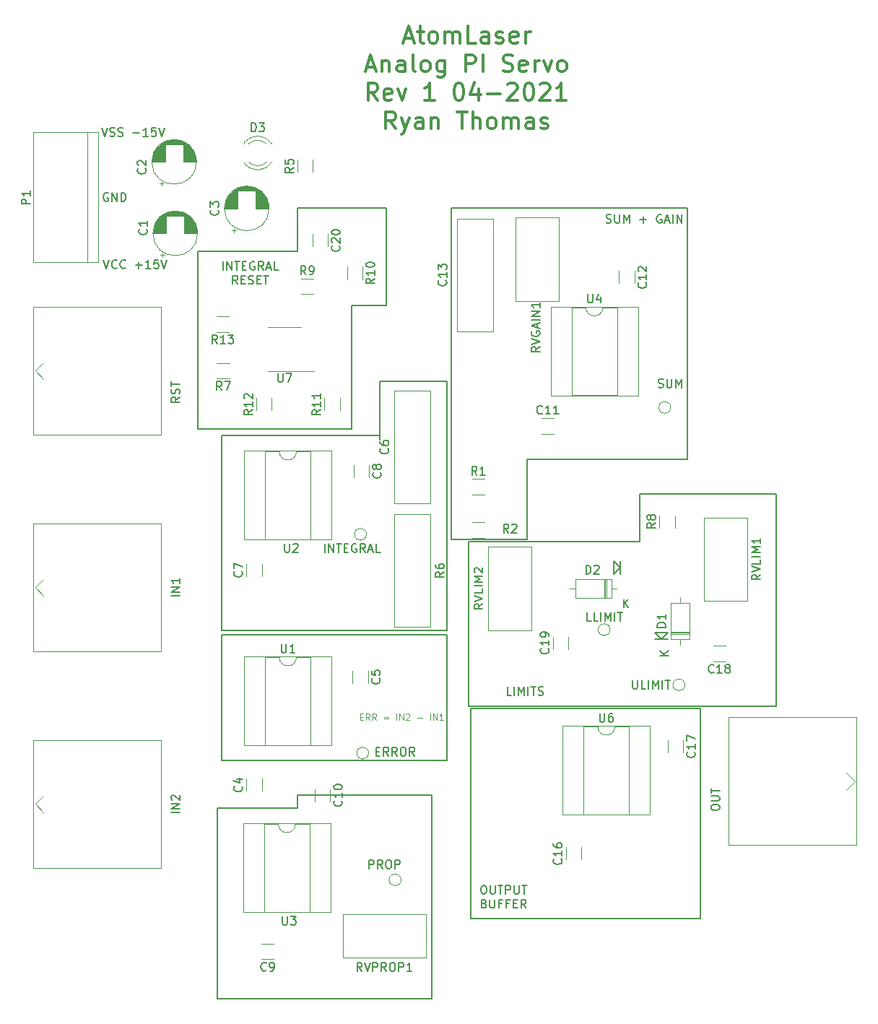
<source format=gbr>
%TF.GenerationSoftware,KiCad,Pcbnew,5.1.10-88a1d61d58~90~ubuntu20.04.1*%
%TF.CreationDate,2021-08-12T20:42:09+10:00*%
%TF.ProjectId,LaserPID,4c617365-7250-4494-942e-6b696361645f,rev?*%
%TF.SameCoordinates,Original*%
%TF.FileFunction,Legend,Top*%
%TF.FilePolarity,Positive*%
%FSLAX46Y46*%
G04 Gerber Fmt 4.6, Leading zero omitted, Abs format (unit mm)*
G04 Created by KiCad (PCBNEW 5.1.10-88a1d61d58~90~ubuntu20.04.1) date 2021-08-12 20:42:09*
%MOMM*%
%LPD*%
G01*
G04 APERTURE LIST*
%ADD10C,0.100000*%
%ADD11C,0.150000*%
%ADD12C,0.350000*%
%ADD13C,0.120000*%
G04 APERTURE END LIST*
D10*
X785100714Y-101546428D02*
X785350714Y-101546428D01*
X785457857Y-101939285D02*
X785100714Y-101939285D01*
X785100714Y-101189285D01*
X785457857Y-101189285D01*
X786207857Y-101939285D02*
X785957857Y-101582142D01*
X785779285Y-101939285D02*
X785779285Y-101189285D01*
X786065000Y-101189285D01*
X786136428Y-101225000D01*
X786172142Y-101260714D01*
X786207857Y-101332142D01*
X786207857Y-101439285D01*
X786172142Y-101510714D01*
X786136428Y-101546428D01*
X786065000Y-101582142D01*
X785779285Y-101582142D01*
X786957857Y-101939285D02*
X786707857Y-101582142D01*
X786529285Y-101939285D02*
X786529285Y-101189285D01*
X786815000Y-101189285D01*
X786886428Y-101225000D01*
X786922142Y-101260714D01*
X786957857Y-101332142D01*
X786957857Y-101439285D01*
X786922142Y-101510714D01*
X786886428Y-101546428D01*
X786815000Y-101582142D01*
X786529285Y-101582142D01*
X787850714Y-101546428D02*
X788422142Y-101546428D01*
X788422142Y-101760714D02*
X787850714Y-101760714D01*
X789350714Y-101939285D02*
X789350714Y-101189285D01*
X789707857Y-101939285D02*
X789707857Y-101189285D01*
X790136428Y-101939285D01*
X790136428Y-101189285D01*
X790457857Y-101260714D02*
X790493571Y-101225000D01*
X790565000Y-101189285D01*
X790743571Y-101189285D01*
X790815000Y-101225000D01*
X790850714Y-101260714D01*
X790886428Y-101332142D01*
X790886428Y-101403571D01*
X790850714Y-101510714D01*
X790422142Y-101939285D01*
X790886428Y-101939285D01*
X791779285Y-101653571D02*
X792350714Y-101653571D01*
X793279285Y-101939285D02*
X793279285Y-101189285D01*
X793636428Y-101939285D02*
X793636428Y-101189285D01*
X794065000Y-101939285D01*
X794065000Y-101189285D01*
X794815000Y-101939285D02*
X794386428Y-101939285D01*
X794600714Y-101939285D02*
X794600714Y-101189285D01*
X794529285Y-101296428D01*
X794457857Y-101367857D01*
X794386428Y-101403571D01*
D11*
X820420000Y-92456000D02*
X819658000Y-92456000D01*
X821182000Y-91694000D02*
X820928000Y-91694000D01*
X820420000Y-92456000D02*
X821182000Y-92456000D01*
X820928000Y-91694000D02*
X819658000Y-91694000D01*
X820420000Y-92456000D02*
X821182000Y-91694000D01*
X819658000Y-91694000D02*
X820420000Y-92456000D01*
X815594000Y-84074000D02*
X815594000Y-84836000D01*
X815594000Y-84074000D02*
X815594000Y-83312000D01*
X814832000Y-83312000D02*
X814832000Y-83566000D01*
X815594000Y-84074000D02*
X814832000Y-83312000D01*
X814832000Y-84836000D02*
X815594000Y-84074000D01*
X814832000Y-83566000D02*
X814832000Y-84836000D01*
D12*
X790274285Y-21978333D02*
X791226666Y-21978333D01*
X790083809Y-22549761D02*
X790750476Y-20549761D01*
X791417142Y-22549761D01*
X791798095Y-21216428D02*
X792560000Y-21216428D01*
X792083809Y-20549761D02*
X792083809Y-22264047D01*
X792179047Y-22454523D01*
X792369523Y-22549761D01*
X792560000Y-22549761D01*
X793512380Y-22549761D02*
X793321904Y-22454523D01*
X793226666Y-22359285D01*
X793131428Y-22168809D01*
X793131428Y-21597380D01*
X793226666Y-21406904D01*
X793321904Y-21311666D01*
X793512380Y-21216428D01*
X793798095Y-21216428D01*
X793988571Y-21311666D01*
X794083809Y-21406904D01*
X794179047Y-21597380D01*
X794179047Y-22168809D01*
X794083809Y-22359285D01*
X793988571Y-22454523D01*
X793798095Y-22549761D01*
X793512380Y-22549761D01*
X795036190Y-22549761D02*
X795036190Y-21216428D01*
X795036190Y-21406904D02*
X795131428Y-21311666D01*
X795321904Y-21216428D01*
X795607619Y-21216428D01*
X795798095Y-21311666D01*
X795893333Y-21502142D01*
X795893333Y-22549761D01*
X795893333Y-21502142D02*
X795988571Y-21311666D01*
X796179047Y-21216428D01*
X796464761Y-21216428D01*
X796655238Y-21311666D01*
X796750476Y-21502142D01*
X796750476Y-22549761D01*
X798655238Y-22549761D02*
X797702857Y-22549761D01*
X797702857Y-20549761D01*
X800179047Y-22549761D02*
X800179047Y-21502142D01*
X800083809Y-21311666D01*
X799893333Y-21216428D01*
X799512380Y-21216428D01*
X799321904Y-21311666D01*
X800179047Y-22454523D02*
X799988571Y-22549761D01*
X799512380Y-22549761D01*
X799321904Y-22454523D01*
X799226666Y-22264047D01*
X799226666Y-22073571D01*
X799321904Y-21883095D01*
X799512380Y-21787857D01*
X799988571Y-21787857D01*
X800179047Y-21692619D01*
X801036190Y-22454523D02*
X801226666Y-22549761D01*
X801607619Y-22549761D01*
X801798095Y-22454523D01*
X801893333Y-22264047D01*
X801893333Y-22168809D01*
X801798095Y-21978333D01*
X801607619Y-21883095D01*
X801321904Y-21883095D01*
X801131428Y-21787857D01*
X801036190Y-21597380D01*
X801036190Y-21502142D01*
X801131428Y-21311666D01*
X801321904Y-21216428D01*
X801607619Y-21216428D01*
X801798095Y-21311666D01*
X803512380Y-22454523D02*
X803321904Y-22549761D01*
X802940952Y-22549761D01*
X802750476Y-22454523D01*
X802655238Y-22264047D01*
X802655238Y-21502142D01*
X802750476Y-21311666D01*
X802940952Y-21216428D01*
X803321904Y-21216428D01*
X803512380Y-21311666D01*
X803607619Y-21502142D01*
X803607619Y-21692619D01*
X802655238Y-21883095D01*
X804464761Y-22549761D02*
X804464761Y-21216428D01*
X804464761Y-21597380D02*
X804560000Y-21406904D01*
X804655238Y-21311666D01*
X804845714Y-21216428D01*
X805036190Y-21216428D01*
X785845714Y-25328333D02*
X786798095Y-25328333D01*
X785655238Y-25899761D02*
X786321904Y-23899761D01*
X786988571Y-25899761D01*
X787655238Y-24566428D02*
X787655238Y-25899761D01*
X787655238Y-24756904D02*
X787750476Y-24661666D01*
X787940952Y-24566428D01*
X788226666Y-24566428D01*
X788417142Y-24661666D01*
X788512380Y-24852142D01*
X788512380Y-25899761D01*
X790321904Y-25899761D02*
X790321904Y-24852142D01*
X790226666Y-24661666D01*
X790036190Y-24566428D01*
X789655238Y-24566428D01*
X789464761Y-24661666D01*
X790321904Y-25804523D02*
X790131428Y-25899761D01*
X789655238Y-25899761D01*
X789464761Y-25804523D01*
X789369523Y-25614047D01*
X789369523Y-25423571D01*
X789464761Y-25233095D01*
X789655238Y-25137857D01*
X790131428Y-25137857D01*
X790321904Y-25042619D01*
X791560000Y-25899761D02*
X791369523Y-25804523D01*
X791274285Y-25614047D01*
X791274285Y-23899761D01*
X792607619Y-25899761D02*
X792417142Y-25804523D01*
X792321904Y-25709285D01*
X792226666Y-25518809D01*
X792226666Y-24947380D01*
X792321904Y-24756904D01*
X792417142Y-24661666D01*
X792607619Y-24566428D01*
X792893333Y-24566428D01*
X793083809Y-24661666D01*
X793179047Y-24756904D01*
X793274285Y-24947380D01*
X793274285Y-25518809D01*
X793179047Y-25709285D01*
X793083809Y-25804523D01*
X792893333Y-25899761D01*
X792607619Y-25899761D01*
X794988571Y-24566428D02*
X794988571Y-26185476D01*
X794893333Y-26375952D01*
X794798095Y-26471190D01*
X794607619Y-26566428D01*
X794321904Y-26566428D01*
X794131428Y-26471190D01*
X794988571Y-25804523D02*
X794798095Y-25899761D01*
X794417142Y-25899761D01*
X794226666Y-25804523D01*
X794131428Y-25709285D01*
X794036190Y-25518809D01*
X794036190Y-24947380D01*
X794131428Y-24756904D01*
X794226666Y-24661666D01*
X794417142Y-24566428D01*
X794798095Y-24566428D01*
X794988571Y-24661666D01*
X797464761Y-25899761D02*
X797464761Y-23899761D01*
X798226666Y-23899761D01*
X798417142Y-23995000D01*
X798512380Y-24090238D01*
X798607619Y-24280714D01*
X798607619Y-24566428D01*
X798512380Y-24756904D01*
X798417142Y-24852142D01*
X798226666Y-24947380D01*
X797464761Y-24947380D01*
X799464761Y-25899761D02*
X799464761Y-23899761D01*
X801845714Y-25804523D02*
X802131428Y-25899761D01*
X802607619Y-25899761D01*
X802798095Y-25804523D01*
X802893333Y-25709285D01*
X802988571Y-25518809D01*
X802988571Y-25328333D01*
X802893333Y-25137857D01*
X802798095Y-25042619D01*
X802607619Y-24947380D01*
X802226666Y-24852142D01*
X802036190Y-24756904D01*
X801940952Y-24661666D01*
X801845714Y-24471190D01*
X801845714Y-24280714D01*
X801940952Y-24090238D01*
X802036190Y-23995000D01*
X802226666Y-23899761D01*
X802702857Y-23899761D01*
X802988571Y-23995000D01*
X804607619Y-25804523D02*
X804417142Y-25899761D01*
X804036190Y-25899761D01*
X803845714Y-25804523D01*
X803750476Y-25614047D01*
X803750476Y-24852142D01*
X803845714Y-24661666D01*
X804036190Y-24566428D01*
X804417142Y-24566428D01*
X804607619Y-24661666D01*
X804702857Y-24852142D01*
X804702857Y-25042619D01*
X803750476Y-25233095D01*
X805560000Y-25899761D02*
X805560000Y-24566428D01*
X805560000Y-24947380D02*
X805655238Y-24756904D01*
X805750476Y-24661666D01*
X805940952Y-24566428D01*
X806131428Y-24566428D01*
X806607619Y-24566428D02*
X807083809Y-25899761D01*
X807560000Y-24566428D01*
X808607619Y-25899761D02*
X808417142Y-25804523D01*
X808321904Y-25709285D01*
X808226666Y-25518809D01*
X808226666Y-24947380D01*
X808321904Y-24756904D01*
X808417142Y-24661666D01*
X808607619Y-24566428D01*
X808893333Y-24566428D01*
X809083809Y-24661666D01*
X809179047Y-24756904D01*
X809274285Y-24947380D01*
X809274285Y-25518809D01*
X809179047Y-25709285D01*
X809083809Y-25804523D01*
X808893333Y-25899761D01*
X808607619Y-25899761D01*
X787131428Y-29249761D02*
X786464761Y-28297380D01*
X785988571Y-29249761D02*
X785988571Y-27249761D01*
X786750476Y-27249761D01*
X786940952Y-27345000D01*
X787036190Y-27440238D01*
X787131428Y-27630714D01*
X787131428Y-27916428D01*
X787036190Y-28106904D01*
X786940952Y-28202142D01*
X786750476Y-28297380D01*
X785988571Y-28297380D01*
X788750476Y-29154523D02*
X788560000Y-29249761D01*
X788179047Y-29249761D01*
X787988571Y-29154523D01*
X787893333Y-28964047D01*
X787893333Y-28202142D01*
X787988571Y-28011666D01*
X788179047Y-27916428D01*
X788560000Y-27916428D01*
X788750476Y-28011666D01*
X788845714Y-28202142D01*
X788845714Y-28392619D01*
X787893333Y-28583095D01*
X789512380Y-27916428D02*
X789988571Y-29249761D01*
X790464761Y-27916428D01*
X793798095Y-29249761D02*
X792655238Y-29249761D01*
X793226666Y-29249761D02*
X793226666Y-27249761D01*
X793036190Y-27535476D01*
X792845714Y-27725952D01*
X792655238Y-27821190D01*
X796560000Y-27249761D02*
X796750476Y-27249761D01*
X796940952Y-27345000D01*
X797036190Y-27440238D01*
X797131428Y-27630714D01*
X797226666Y-28011666D01*
X797226666Y-28487857D01*
X797131428Y-28868809D01*
X797036190Y-29059285D01*
X796940952Y-29154523D01*
X796750476Y-29249761D01*
X796560000Y-29249761D01*
X796369523Y-29154523D01*
X796274285Y-29059285D01*
X796179047Y-28868809D01*
X796083809Y-28487857D01*
X796083809Y-28011666D01*
X796179047Y-27630714D01*
X796274285Y-27440238D01*
X796369523Y-27345000D01*
X796560000Y-27249761D01*
X798940952Y-27916428D02*
X798940952Y-29249761D01*
X798464761Y-27154523D02*
X797988571Y-28583095D01*
X799226666Y-28583095D01*
X799988571Y-28487857D02*
X801512380Y-28487857D01*
X802369523Y-27440238D02*
X802464761Y-27345000D01*
X802655238Y-27249761D01*
X803131428Y-27249761D01*
X803321904Y-27345000D01*
X803417142Y-27440238D01*
X803512380Y-27630714D01*
X803512380Y-27821190D01*
X803417142Y-28106904D01*
X802274285Y-29249761D01*
X803512380Y-29249761D01*
X804750476Y-27249761D02*
X804940952Y-27249761D01*
X805131428Y-27345000D01*
X805226666Y-27440238D01*
X805321904Y-27630714D01*
X805417142Y-28011666D01*
X805417142Y-28487857D01*
X805321904Y-28868809D01*
X805226666Y-29059285D01*
X805131428Y-29154523D01*
X804940952Y-29249761D01*
X804750476Y-29249761D01*
X804560000Y-29154523D01*
X804464761Y-29059285D01*
X804369523Y-28868809D01*
X804274285Y-28487857D01*
X804274285Y-28011666D01*
X804369523Y-27630714D01*
X804464761Y-27440238D01*
X804560000Y-27345000D01*
X804750476Y-27249761D01*
X806179047Y-27440238D02*
X806274285Y-27345000D01*
X806464761Y-27249761D01*
X806940952Y-27249761D01*
X807131428Y-27345000D01*
X807226666Y-27440238D01*
X807321904Y-27630714D01*
X807321904Y-27821190D01*
X807226666Y-28106904D01*
X806083809Y-29249761D01*
X807321904Y-29249761D01*
X809226666Y-29249761D02*
X808083809Y-29249761D01*
X808655238Y-29249761D02*
X808655238Y-27249761D01*
X808464761Y-27535476D01*
X808274285Y-27725952D01*
X808083809Y-27821190D01*
X789226666Y-32599761D02*
X788560000Y-31647380D01*
X788083809Y-32599761D02*
X788083809Y-30599761D01*
X788845714Y-30599761D01*
X789036190Y-30695000D01*
X789131428Y-30790238D01*
X789226666Y-30980714D01*
X789226666Y-31266428D01*
X789131428Y-31456904D01*
X789036190Y-31552142D01*
X788845714Y-31647380D01*
X788083809Y-31647380D01*
X789893333Y-31266428D02*
X790369523Y-32599761D01*
X790845714Y-31266428D02*
X790369523Y-32599761D01*
X790179047Y-33075952D01*
X790083809Y-33171190D01*
X789893333Y-33266428D01*
X792464761Y-32599761D02*
X792464761Y-31552142D01*
X792369523Y-31361666D01*
X792179047Y-31266428D01*
X791798095Y-31266428D01*
X791607619Y-31361666D01*
X792464761Y-32504523D02*
X792274285Y-32599761D01*
X791798095Y-32599761D01*
X791607619Y-32504523D01*
X791512380Y-32314047D01*
X791512380Y-32123571D01*
X791607619Y-31933095D01*
X791798095Y-31837857D01*
X792274285Y-31837857D01*
X792464761Y-31742619D01*
X793417142Y-31266428D02*
X793417142Y-32599761D01*
X793417142Y-31456904D02*
X793512380Y-31361666D01*
X793702857Y-31266428D01*
X793988571Y-31266428D01*
X794179047Y-31361666D01*
X794274285Y-31552142D01*
X794274285Y-32599761D01*
X796464761Y-30599761D02*
X797607619Y-30599761D01*
X797036190Y-32599761D02*
X797036190Y-30599761D01*
X798274285Y-32599761D02*
X798274285Y-30599761D01*
X799131428Y-32599761D02*
X799131428Y-31552142D01*
X799036190Y-31361666D01*
X798845714Y-31266428D01*
X798560000Y-31266428D01*
X798369523Y-31361666D01*
X798274285Y-31456904D01*
X800369523Y-32599761D02*
X800179047Y-32504523D01*
X800083809Y-32409285D01*
X799988571Y-32218809D01*
X799988571Y-31647380D01*
X800083809Y-31456904D01*
X800179047Y-31361666D01*
X800369523Y-31266428D01*
X800655238Y-31266428D01*
X800845714Y-31361666D01*
X800940952Y-31456904D01*
X801036190Y-31647380D01*
X801036190Y-32218809D01*
X800940952Y-32409285D01*
X800845714Y-32504523D01*
X800655238Y-32599761D01*
X800369523Y-32599761D01*
X801893333Y-32599761D02*
X801893333Y-31266428D01*
X801893333Y-31456904D02*
X801988571Y-31361666D01*
X802179047Y-31266428D01*
X802464761Y-31266428D01*
X802655238Y-31361666D01*
X802750476Y-31552142D01*
X802750476Y-32599761D01*
X802750476Y-31552142D02*
X802845714Y-31361666D01*
X803036190Y-31266428D01*
X803321904Y-31266428D01*
X803512380Y-31361666D01*
X803607619Y-31552142D01*
X803607619Y-32599761D01*
X805417142Y-32599761D02*
X805417142Y-31552142D01*
X805321904Y-31361666D01*
X805131428Y-31266428D01*
X804750476Y-31266428D01*
X804560000Y-31361666D01*
X805417142Y-32504523D02*
X805226666Y-32599761D01*
X804750476Y-32599761D01*
X804560000Y-32504523D01*
X804464761Y-32314047D01*
X804464761Y-32123571D01*
X804560000Y-31933095D01*
X804750476Y-31837857D01*
X805226666Y-31837857D01*
X805417142Y-31742619D01*
X806274285Y-32504523D02*
X806464761Y-32599761D01*
X806845714Y-32599761D01*
X807036190Y-32504523D01*
X807131428Y-32314047D01*
X807131428Y-32218809D01*
X807036190Y-32028333D01*
X806845714Y-31933095D01*
X806560000Y-31933095D01*
X806369523Y-31837857D01*
X806274285Y-31647380D01*
X806274285Y-31552142D01*
X806369523Y-31361666D01*
X806560000Y-31266428D01*
X806845714Y-31266428D01*
X807036190Y-31361666D01*
D11*
X802822761Y-99004380D02*
X802346571Y-99004380D01*
X802346571Y-98004380D01*
X803156095Y-99004380D02*
X803156095Y-98004380D01*
X803632285Y-99004380D02*
X803632285Y-98004380D01*
X803965619Y-98718666D01*
X804298952Y-98004380D01*
X804298952Y-99004380D01*
X804775142Y-99004380D02*
X804775142Y-98004380D01*
X805108476Y-98004380D02*
X805679904Y-98004380D01*
X805394190Y-99004380D02*
X805394190Y-98004380D01*
X805965619Y-98956761D02*
X806108476Y-99004380D01*
X806346571Y-99004380D01*
X806441809Y-98956761D01*
X806489428Y-98909142D01*
X806537047Y-98813904D01*
X806537047Y-98718666D01*
X806489428Y-98623428D01*
X806441809Y-98575809D01*
X806346571Y-98528190D01*
X806156095Y-98480571D01*
X806060857Y-98432952D01*
X806013238Y-98385333D01*
X805965619Y-98290095D01*
X805965619Y-98194857D01*
X806013238Y-98099619D01*
X806060857Y-98052000D01*
X806156095Y-98004380D01*
X806394190Y-98004380D01*
X806537047Y-98052000D01*
X799473238Y-121309380D02*
X799663714Y-121309380D01*
X799758952Y-121357000D01*
X799854190Y-121452238D01*
X799901809Y-121642714D01*
X799901809Y-121976047D01*
X799854190Y-122166523D01*
X799758952Y-122261761D01*
X799663714Y-122309380D01*
X799473238Y-122309380D01*
X799378000Y-122261761D01*
X799282761Y-122166523D01*
X799235142Y-121976047D01*
X799235142Y-121642714D01*
X799282761Y-121452238D01*
X799378000Y-121357000D01*
X799473238Y-121309380D01*
X800330380Y-121309380D02*
X800330380Y-122118904D01*
X800378000Y-122214142D01*
X800425619Y-122261761D01*
X800520857Y-122309380D01*
X800711333Y-122309380D01*
X800806571Y-122261761D01*
X800854190Y-122214142D01*
X800901809Y-122118904D01*
X800901809Y-121309380D01*
X801235142Y-121309380D02*
X801806571Y-121309380D01*
X801520857Y-122309380D02*
X801520857Y-121309380D01*
X802139904Y-122309380D02*
X802139904Y-121309380D01*
X802520857Y-121309380D01*
X802616095Y-121357000D01*
X802663714Y-121404619D01*
X802711333Y-121499857D01*
X802711333Y-121642714D01*
X802663714Y-121737952D01*
X802616095Y-121785571D01*
X802520857Y-121833190D01*
X802139904Y-121833190D01*
X803139904Y-121309380D02*
X803139904Y-122118904D01*
X803187523Y-122214142D01*
X803235142Y-122261761D01*
X803330380Y-122309380D01*
X803520857Y-122309380D01*
X803616095Y-122261761D01*
X803663714Y-122214142D01*
X803711333Y-122118904D01*
X803711333Y-121309380D01*
X804044666Y-121309380D02*
X804616095Y-121309380D01*
X804330380Y-122309380D02*
X804330380Y-121309380D01*
X799616095Y-123435571D02*
X799758952Y-123483190D01*
X799806571Y-123530809D01*
X799854190Y-123626047D01*
X799854190Y-123768904D01*
X799806571Y-123864142D01*
X799758952Y-123911761D01*
X799663714Y-123959380D01*
X799282761Y-123959380D01*
X799282761Y-122959380D01*
X799616095Y-122959380D01*
X799711333Y-123007000D01*
X799758952Y-123054619D01*
X799806571Y-123149857D01*
X799806571Y-123245095D01*
X799758952Y-123340333D01*
X799711333Y-123387952D01*
X799616095Y-123435571D01*
X799282761Y-123435571D01*
X800282761Y-122959380D02*
X800282761Y-123768904D01*
X800330380Y-123864142D01*
X800378000Y-123911761D01*
X800473238Y-123959380D01*
X800663714Y-123959380D01*
X800758952Y-123911761D01*
X800806571Y-123864142D01*
X800854190Y-123768904D01*
X800854190Y-122959380D01*
X801663714Y-123435571D02*
X801330380Y-123435571D01*
X801330380Y-123959380D02*
X801330380Y-122959380D01*
X801806571Y-122959380D01*
X802520857Y-123435571D02*
X802187523Y-123435571D01*
X802187523Y-123959380D02*
X802187523Y-122959380D01*
X802663714Y-122959380D01*
X803044666Y-123435571D02*
X803378000Y-123435571D01*
X803520857Y-123959380D02*
X803044666Y-123959380D01*
X803044666Y-122959380D01*
X803520857Y-122959380D01*
X804520857Y-123959380D02*
X804187523Y-123483190D01*
X803949428Y-123959380D02*
X803949428Y-122959380D01*
X804330380Y-122959380D01*
X804425619Y-123007000D01*
X804473238Y-123054619D01*
X804520857Y-123149857D01*
X804520857Y-123292714D01*
X804473238Y-123387952D01*
X804425619Y-123435571D01*
X804330380Y-123483190D01*
X803949428Y-123483190D01*
X798068000Y-100584000D02*
X813816000Y-100584000D01*
X798068000Y-125222000D02*
X798068000Y-100584000D01*
X824992000Y-125222000D02*
X798068000Y-125222000D01*
X824992000Y-100584000D02*
X824992000Y-125222000D01*
X813816000Y-100584000D02*
X824992000Y-100584000D01*
X797814000Y-81026000D02*
X798068000Y-81026000D01*
X797814000Y-100330000D02*
X797814000Y-81026000D01*
X833882000Y-100330000D02*
X797814000Y-100330000D01*
X833882000Y-75438000D02*
X833882000Y-100330000D01*
X817880000Y-75438000D02*
X833882000Y-75438000D01*
X817880000Y-81026000D02*
X817880000Y-75438000D01*
X798068000Y-81026000D02*
X817880000Y-81026000D01*
X813935619Y-43584761D02*
X814078476Y-43632380D01*
X814316571Y-43632380D01*
X814411809Y-43584761D01*
X814459428Y-43537142D01*
X814507047Y-43441904D01*
X814507047Y-43346666D01*
X814459428Y-43251428D01*
X814411809Y-43203809D01*
X814316571Y-43156190D01*
X814126095Y-43108571D01*
X814030857Y-43060952D01*
X813983238Y-43013333D01*
X813935619Y-42918095D01*
X813935619Y-42822857D01*
X813983238Y-42727619D01*
X814030857Y-42680000D01*
X814126095Y-42632380D01*
X814364190Y-42632380D01*
X814507047Y-42680000D01*
X814935619Y-42632380D02*
X814935619Y-43441904D01*
X814983238Y-43537142D01*
X815030857Y-43584761D01*
X815126095Y-43632380D01*
X815316571Y-43632380D01*
X815411809Y-43584761D01*
X815459428Y-43537142D01*
X815507047Y-43441904D01*
X815507047Y-42632380D01*
X815983238Y-43632380D02*
X815983238Y-42632380D01*
X816316571Y-43346666D01*
X816649904Y-42632380D01*
X816649904Y-43632380D01*
X817888000Y-43251428D02*
X818649904Y-43251428D01*
X818268952Y-43632380D02*
X818268952Y-42870476D01*
X820411809Y-42680000D02*
X820316571Y-42632380D01*
X820173714Y-42632380D01*
X820030857Y-42680000D01*
X819935619Y-42775238D01*
X819888000Y-42870476D01*
X819840380Y-43060952D01*
X819840380Y-43203809D01*
X819888000Y-43394285D01*
X819935619Y-43489523D01*
X820030857Y-43584761D01*
X820173714Y-43632380D01*
X820268952Y-43632380D01*
X820411809Y-43584761D01*
X820459428Y-43537142D01*
X820459428Y-43203809D01*
X820268952Y-43203809D01*
X820840380Y-43346666D02*
X821316571Y-43346666D01*
X820745142Y-43632380D02*
X821078476Y-42632380D01*
X821411809Y-43632380D01*
X821745142Y-43632380D02*
X821745142Y-42632380D01*
X822221333Y-43632380D02*
X822221333Y-42632380D01*
X822792761Y-43632380D01*
X822792761Y-42632380D01*
X795782000Y-80772000D02*
X795782000Y-41910000D01*
X804672000Y-80772000D02*
X795782000Y-80772000D01*
X804672000Y-71374000D02*
X804672000Y-80772000D01*
X823468000Y-71374000D02*
X804672000Y-71374000D01*
X823468000Y-41910000D02*
X823468000Y-71374000D01*
X821182000Y-41910000D02*
X823468000Y-41910000D01*
X795782000Y-41910000D02*
X821182000Y-41910000D01*
X768350000Y-112268000D02*
X768858000Y-112268000D01*
X768350000Y-134620000D02*
X768350000Y-112268000D01*
X793496000Y-134620000D02*
X768350000Y-134620000D01*
X793496000Y-110744000D02*
X793496000Y-134620000D01*
X777748000Y-110744000D02*
X793496000Y-110744000D01*
X777748000Y-112268000D02*
X777748000Y-110744000D01*
X768858000Y-112268000D02*
X777748000Y-112268000D01*
X795274000Y-106680000D02*
X795274000Y-91948000D01*
X795020000Y-106680000D02*
X795274000Y-106680000D01*
X768858000Y-106680000D02*
X795020000Y-106680000D01*
X768858000Y-91948000D02*
X768858000Y-106680000D01*
X795274000Y-91948000D02*
X768858000Y-91948000D01*
X795274000Y-62230000D02*
X791210000Y-62230000D01*
X795274000Y-91440000D02*
X795274000Y-62230000D01*
X794512000Y-91440000D02*
X795274000Y-91440000D01*
X768858000Y-91440000D02*
X794512000Y-91440000D01*
X768858000Y-90932000D02*
X768858000Y-91440000D01*
X768858000Y-68580000D02*
X768858000Y-90932000D01*
X772922000Y-68580000D02*
X768858000Y-68580000D01*
X772922000Y-68580000D02*
X787400000Y-68580000D01*
X787400000Y-62230000D02*
X787400000Y-69088000D01*
X791210000Y-62230000D02*
X787400000Y-62230000D01*
X768969523Y-49157380D02*
X768969523Y-48157380D01*
X769445714Y-49157380D02*
X769445714Y-48157380D01*
X770017142Y-49157380D01*
X770017142Y-48157380D01*
X770350476Y-48157380D02*
X770921904Y-48157380D01*
X770636190Y-49157380D02*
X770636190Y-48157380D01*
X771255238Y-48633571D02*
X771588571Y-48633571D01*
X771731428Y-49157380D02*
X771255238Y-49157380D01*
X771255238Y-48157380D01*
X771731428Y-48157380D01*
X772683809Y-48205000D02*
X772588571Y-48157380D01*
X772445714Y-48157380D01*
X772302857Y-48205000D01*
X772207619Y-48300238D01*
X772160000Y-48395476D01*
X772112380Y-48585952D01*
X772112380Y-48728809D01*
X772160000Y-48919285D01*
X772207619Y-49014523D01*
X772302857Y-49109761D01*
X772445714Y-49157380D01*
X772540952Y-49157380D01*
X772683809Y-49109761D01*
X772731428Y-49062142D01*
X772731428Y-48728809D01*
X772540952Y-48728809D01*
X773731428Y-49157380D02*
X773398095Y-48681190D01*
X773160000Y-49157380D02*
X773160000Y-48157380D01*
X773540952Y-48157380D01*
X773636190Y-48205000D01*
X773683809Y-48252619D01*
X773731428Y-48347857D01*
X773731428Y-48490714D01*
X773683809Y-48585952D01*
X773636190Y-48633571D01*
X773540952Y-48681190D01*
X773160000Y-48681190D01*
X774112380Y-48871666D02*
X774588571Y-48871666D01*
X774017142Y-49157380D02*
X774350476Y-48157380D01*
X774683809Y-49157380D01*
X775493333Y-49157380D02*
X775017142Y-49157380D01*
X775017142Y-48157380D01*
X770707619Y-50807380D02*
X770374285Y-50331190D01*
X770136190Y-50807380D02*
X770136190Y-49807380D01*
X770517142Y-49807380D01*
X770612380Y-49855000D01*
X770660000Y-49902619D01*
X770707619Y-49997857D01*
X770707619Y-50140714D01*
X770660000Y-50235952D01*
X770612380Y-50283571D01*
X770517142Y-50331190D01*
X770136190Y-50331190D01*
X771136190Y-50283571D02*
X771469523Y-50283571D01*
X771612380Y-50807380D02*
X771136190Y-50807380D01*
X771136190Y-49807380D01*
X771612380Y-49807380D01*
X771993333Y-50759761D02*
X772136190Y-50807380D01*
X772374285Y-50807380D01*
X772469523Y-50759761D01*
X772517142Y-50712142D01*
X772564761Y-50616904D01*
X772564761Y-50521666D01*
X772517142Y-50426428D01*
X772469523Y-50378809D01*
X772374285Y-50331190D01*
X772183809Y-50283571D01*
X772088571Y-50235952D01*
X772040952Y-50188333D01*
X771993333Y-50093095D01*
X771993333Y-49997857D01*
X772040952Y-49902619D01*
X772088571Y-49855000D01*
X772183809Y-49807380D01*
X772421904Y-49807380D01*
X772564761Y-49855000D01*
X772993333Y-50283571D02*
X773326666Y-50283571D01*
X773469523Y-50807380D02*
X772993333Y-50807380D01*
X772993333Y-49807380D01*
X773469523Y-49807380D01*
X773755238Y-49807380D02*
X774326666Y-49807380D01*
X774040952Y-50807380D02*
X774040952Y-49807380D01*
X766064000Y-46990000D02*
X766064000Y-67818000D01*
X777748000Y-46990000D02*
X766064000Y-46990000D01*
X777748000Y-41910000D02*
X777748000Y-46990000D01*
X788162000Y-41910000D02*
X777748000Y-41910000D01*
X788162000Y-53340000D02*
X788162000Y-41910000D01*
X784098000Y-53340000D02*
X788162000Y-53340000D01*
X784098000Y-67818000D02*
X784098000Y-53340000D01*
X766064000Y-67818000D02*
X784098000Y-67818000D01*
X755523095Y-40140000D02*
X755427857Y-40092380D01*
X755285000Y-40092380D01*
X755142142Y-40140000D01*
X755046904Y-40235238D01*
X754999285Y-40330476D01*
X754951666Y-40520952D01*
X754951666Y-40663809D01*
X754999285Y-40854285D01*
X755046904Y-40949523D01*
X755142142Y-41044761D01*
X755285000Y-41092380D01*
X755380238Y-41092380D01*
X755523095Y-41044761D01*
X755570714Y-40997142D01*
X755570714Y-40663809D01*
X755380238Y-40663809D01*
X755999285Y-41092380D02*
X755999285Y-40092380D01*
X756570714Y-41092380D01*
X756570714Y-40092380D01*
X757046904Y-41092380D02*
X757046904Y-40092380D01*
X757285000Y-40092380D01*
X757427857Y-40140000D01*
X757523095Y-40235238D01*
X757570714Y-40330476D01*
X757618333Y-40520952D01*
X757618333Y-40663809D01*
X757570714Y-40854285D01*
X757523095Y-40949523D01*
X757427857Y-41044761D01*
X757285000Y-41092380D01*
X757046904Y-41092380D01*
X754983714Y-47966380D02*
X755317047Y-48966380D01*
X755650380Y-47966380D01*
X756555142Y-48871142D02*
X756507523Y-48918761D01*
X756364666Y-48966380D01*
X756269428Y-48966380D01*
X756126571Y-48918761D01*
X756031333Y-48823523D01*
X755983714Y-48728285D01*
X755936095Y-48537809D01*
X755936095Y-48394952D01*
X755983714Y-48204476D01*
X756031333Y-48109238D01*
X756126571Y-48014000D01*
X756269428Y-47966380D01*
X756364666Y-47966380D01*
X756507523Y-48014000D01*
X756555142Y-48061619D01*
X757555142Y-48871142D02*
X757507523Y-48918761D01*
X757364666Y-48966380D01*
X757269428Y-48966380D01*
X757126571Y-48918761D01*
X757031333Y-48823523D01*
X756983714Y-48728285D01*
X756936095Y-48537809D01*
X756936095Y-48394952D01*
X756983714Y-48204476D01*
X757031333Y-48109238D01*
X757126571Y-48014000D01*
X757269428Y-47966380D01*
X757364666Y-47966380D01*
X757507523Y-48014000D01*
X757555142Y-48061619D01*
X758745619Y-48585428D02*
X759507523Y-48585428D01*
X759126571Y-48966380D02*
X759126571Y-48204476D01*
X760507523Y-48966380D02*
X759936095Y-48966380D01*
X760221809Y-48966380D02*
X760221809Y-47966380D01*
X760126571Y-48109238D01*
X760031333Y-48204476D01*
X759936095Y-48252095D01*
X761412285Y-47966380D02*
X760936095Y-47966380D01*
X760888476Y-48442571D01*
X760936095Y-48394952D01*
X761031333Y-48347333D01*
X761269428Y-48347333D01*
X761364666Y-48394952D01*
X761412285Y-48442571D01*
X761459904Y-48537809D01*
X761459904Y-48775904D01*
X761412285Y-48871142D01*
X761364666Y-48918761D01*
X761269428Y-48966380D01*
X761031333Y-48966380D01*
X760936095Y-48918761D01*
X760888476Y-48871142D01*
X761745619Y-47966380D02*
X762078952Y-48966380D01*
X762412285Y-47966380D01*
X754777333Y-32472380D02*
X755110666Y-33472380D01*
X755444000Y-32472380D01*
X755729714Y-33424761D02*
X755872571Y-33472380D01*
X756110666Y-33472380D01*
X756205904Y-33424761D01*
X756253523Y-33377142D01*
X756301142Y-33281904D01*
X756301142Y-33186666D01*
X756253523Y-33091428D01*
X756205904Y-33043809D01*
X756110666Y-32996190D01*
X755920190Y-32948571D01*
X755824952Y-32900952D01*
X755777333Y-32853333D01*
X755729714Y-32758095D01*
X755729714Y-32662857D01*
X755777333Y-32567619D01*
X755824952Y-32520000D01*
X755920190Y-32472380D01*
X756158285Y-32472380D01*
X756301142Y-32520000D01*
X756682095Y-33424761D02*
X756824952Y-33472380D01*
X757063047Y-33472380D01*
X757158285Y-33424761D01*
X757205904Y-33377142D01*
X757253523Y-33281904D01*
X757253523Y-33186666D01*
X757205904Y-33091428D01*
X757158285Y-33043809D01*
X757063047Y-32996190D01*
X756872571Y-32948571D01*
X756777333Y-32900952D01*
X756729714Y-32853333D01*
X756682095Y-32758095D01*
X756682095Y-32662857D01*
X756729714Y-32567619D01*
X756777333Y-32520000D01*
X756872571Y-32472380D01*
X757110666Y-32472380D01*
X757253523Y-32520000D01*
X758444000Y-33091428D02*
X759205904Y-33091428D01*
X760205904Y-33472380D02*
X759634476Y-33472380D01*
X759920190Y-33472380D02*
X759920190Y-32472380D01*
X759824952Y-32615238D01*
X759729714Y-32710476D01*
X759634476Y-32758095D01*
X761110666Y-32472380D02*
X760634476Y-32472380D01*
X760586857Y-32948571D01*
X760634476Y-32900952D01*
X760729714Y-32853333D01*
X760967809Y-32853333D01*
X761063047Y-32900952D01*
X761110666Y-32948571D01*
X761158285Y-33043809D01*
X761158285Y-33281904D01*
X761110666Y-33377142D01*
X761063047Y-33424761D01*
X760967809Y-33472380D01*
X760729714Y-33472380D01*
X760634476Y-33424761D01*
X760586857Y-33377142D01*
X761444000Y-32472380D02*
X761777333Y-33472380D01*
X762110666Y-32472380D01*
D13*
%TO.C,C1*%
X761672000Y-47401775D02*
X762172000Y-47401775D01*
X761922000Y-47651775D02*
X761922000Y-47151775D01*
X763113000Y-42246000D02*
X763681000Y-42246000D01*
X762879000Y-42286000D02*
X763915000Y-42286000D01*
X762720000Y-42326000D02*
X764074000Y-42326000D01*
X762592000Y-42366000D02*
X764202000Y-42366000D01*
X762482000Y-42406000D02*
X764312000Y-42406000D01*
X762386000Y-42446000D02*
X764408000Y-42446000D01*
X762299000Y-42486000D02*
X764495000Y-42486000D01*
X762219000Y-42526000D02*
X764575000Y-42526000D01*
X762146000Y-42566000D02*
X764648000Y-42566000D01*
X762078000Y-42606000D02*
X764716000Y-42606000D01*
X762014000Y-42646000D02*
X764780000Y-42646000D01*
X761954000Y-42686000D02*
X764840000Y-42686000D01*
X761897000Y-42726000D02*
X764897000Y-42726000D01*
X761843000Y-42766000D02*
X764951000Y-42766000D01*
X761792000Y-42806000D02*
X765002000Y-42806000D01*
X764437000Y-42846000D02*
X765050000Y-42846000D01*
X761744000Y-42846000D02*
X762357000Y-42846000D01*
X764437000Y-42886000D02*
X765096000Y-42886000D01*
X761698000Y-42886000D02*
X762357000Y-42886000D01*
X764437000Y-42926000D02*
X765140000Y-42926000D01*
X761654000Y-42926000D02*
X762357000Y-42926000D01*
X764437000Y-42966000D02*
X765182000Y-42966000D01*
X761612000Y-42966000D02*
X762357000Y-42966000D01*
X764437000Y-43006000D02*
X765223000Y-43006000D01*
X761571000Y-43006000D02*
X762357000Y-43006000D01*
X764437000Y-43046000D02*
X765261000Y-43046000D01*
X761533000Y-43046000D02*
X762357000Y-43046000D01*
X764437000Y-43086000D02*
X765298000Y-43086000D01*
X761496000Y-43086000D02*
X762357000Y-43086000D01*
X764437000Y-43126000D02*
X765334000Y-43126000D01*
X761460000Y-43126000D02*
X762357000Y-43126000D01*
X764437000Y-43166000D02*
X765368000Y-43166000D01*
X761426000Y-43166000D02*
X762357000Y-43166000D01*
X764437000Y-43206000D02*
X765401000Y-43206000D01*
X761393000Y-43206000D02*
X762357000Y-43206000D01*
X764437000Y-43246000D02*
X765432000Y-43246000D01*
X761362000Y-43246000D02*
X762357000Y-43246000D01*
X764437000Y-43286000D02*
X765462000Y-43286000D01*
X761332000Y-43286000D02*
X762357000Y-43286000D01*
X764437000Y-43326000D02*
X765492000Y-43326000D01*
X761302000Y-43326000D02*
X762357000Y-43326000D01*
X764437000Y-43366000D02*
X765519000Y-43366000D01*
X761275000Y-43366000D02*
X762357000Y-43366000D01*
X764437000Y-43406000D02*
X765546000Y-43406000D01*
X761248000Y-43406000D02*
X762357000Y-43406000D01*
X764437000Y-43446000D02*
X765572000Y-43446000D01*
X761222000Y-43446000D02*
X762357000Y-43446000D01*
X764437000Y-43486000D02*
X765597000Y-43486000D01*
X761197000Y-43486000D02*
X762357000Y-43486000D01*
X764437000Y-43526000D02*
X765621000Y-43526000D01*
X761173000Y-43526000D02*
X762357000Y-43526000D01*
X764437000Y-43566000D02*
X765644000Y-43566000D01*
X761150000Y-43566000D02*
X762357000Y-43566000D01*
X764437000Y-43606000D02*
X765665000Y-43606000D01*
X761129000Y-43606000D02*
X762357000Y-43606000D01*
X764437000Y-43646000D02*
X765687000Y-43646000D01*
X761107000Y-43646000D02*
X762357000Y-43646000D01*
X764437000Y-43686000D02*
X765707000Y-43686000D01*
X761087000Y-43686000D02*
X762357000Y-43686000D01*
X764437000Y-43726000D02*
X765726000Y-43726000D01*
X761068000Y-43726000D02*
X762357000Y-43726000D01*
X764437000Y-43766000D02*
X765745000Y-43766000D01*
X761049000Y-43766000D02*
X762357000Y-43766000D01*
X764437000Y-43806000D02*
X765762000Y-43806000D01*
X761032000Y-43806000D02*
X762357000Y-43806000D01*
X764437000Y-43846000D02*
X765779000Y-43846000D01*
X761015000Y-43846000D02*
X762357000Y-43846000D01*
X764437000Y-43886000D02*
X765795000Y-43886000D01*
X760999000Y-43886000D02*
X762357000Y-43886000D01*
X764437000Y-43926000D02*
X765811000Y-43926000D01*
X760983000Y-43926000D02*
X762357000Y-43926000D01*
X764437000Y-43966000D02*
X765825000Y-43966000D01*
X760969000Y-43966000D02*
X762357000Y-43966000D01*
X764437000Y-44006000D02*
X765839000Y-44006000D01*
X760955000Y-44006000D02*
X762357000Y-44006000D01*
X764437000Y-44046000D02*
X765852000Y-44046000D01*
X760942000Y-44046000D02*
X762357000Y-44046000D01*
X764437000Y-44086000D02*
X765865000Y-44086000D01*
X760929000Y-44086000D02*
X762357000Y-44086000D01*
X764437000Y-44126000D02*
X765877000Y-44126000D01*
X760917000Y-44126000D02*
X762357000Y-44126000D01*
X764437000Y-44167000D02*
X765888000Y-44167000D01*
X760906000Y-44167000D02*
X762357000Y-44167000D01*
X764437000Y-44207000D02*
X765898000Y-44207000D01*
X760896000Y-44207000D02*
X762357000Y-44207000D01*
X764437000Y-44247000D02*
X765908000Y-44247000D01*
X760886000Y-44247000D02*
X762357000Y-44247000D01*
X764437000Y-44287000D02*
X765917000Y-44287000D01*
X760877000Y-44287000D02*
X762357000Y-44287000D01*
X764437000Y-44327000D02*
X765925000Y-44327000D01*
X760869000Y-44327000D02*
X762357000Y-44327000D01*
X764437000Y-44367000D02*
X765933000Y-44367000D01*
X760861000Y-44367000D02*
X762357000Y-44367000D01*
X764437000Y-44407000D02*
X765940000Y-44407000D01*
X760854000Y-44407000D02*
X762357000Y-44407000D01*
X764437000Y-44447000D02*
X765947000Y-44447000D01*
X760847000Y-44447000D02*
X762357000Y-44447000D01*
X764437000Y-44487000D02*
X765953000Y-44487000D01*
X760841000Y-44487000D02*
X762357000Y-44487000D01*
X764437000Y-44527000D02*
X765958000Y-44527000D01*
X760836000Y-44527000D02*
X762357000Y-44527000D01*
X764437000Y-44567000D02*
X765962000Y-44567000D01*
X760832000Y-44567000D02*
X762357000Y-44567000D01*
X764437000Y-44607000D02*
X765966000Y-44607000D01*
X760828000Y-44607000D02*
X762357000Y-44607000D01*
X764437000Y-44647000D02*
X765970000Y-44647000D01*
X760824000Y-44647000D02*
X762357000Y-44647000D01*
X764437000Y-44687000D02*
X765973000Y-44687000D01*
X760821000Y-44687000D02*
X762357000Y-44687000D01*
X764437000Y-44727000D02*
X765975000Y-44727000D01*
X760819000Y-44727000D02*
X762357000Y-44727000D01*
X764437000Y-44767000D02*
X765976000Y-44767000D01*
X760818000Y-44767000D02*
X762357000Y-44767000D01*
X760817000Y-44807000D02*
X762357000Y-44807000D01*
X764437000Y-44807000D02*
X765977000Y-44807000D01*
X760817000Y-44847000D02*
X762357000Y-44847000D01*
X764437000Y-44847000D02*
X765977000Y-44847000D01*
X766017000Y-44847000D02*
G75*
G03*
X766017000Y-44847000I-2620000J0D01*
G01*
%TO.C,C2*%
X761545000Y-39019775D02*
X762045000Y-39019775D01*
X761795000Y-39269775D02*
X761795000Y-38769775D01*
X762986000Y-33864000D02*
X763554000Y-33864000D01*
X762752000Y-33904000D02*
X763788000Y-33904000D01*
X762593000Y-33944000D02*
X763947000Y-33944000D01*
X762465000Y-33984000D02*
X764075000Y-33984000D01*
X762355000Y-34024000D02*
X764185000Y-34024000D01*
X762259000Y-34064000D02*
X764281000Y-34064000D01*
X762172000Y-34104000D02*
X764368000Y-34104000D01*
X762092000Y-34144000D02*
X764448000Y-34144000D01*
X762019000Y-34184000D02*
X764521000Y-34184000D01*
X761951000Y-34224000D02*
X764589000Y-34224000D01*
X761887000Y-34264000D02*
X764653000Y-34264000D01*
X761827000Y-34304000D02*
X764713000Y-34304000D01*
X761770000Y-34344000D02*
X764770000Y-34344000D01*
X761716000Y-34384000D02*
X764824000Y-34384000D01*
X761665000Y-34424000D02*
X764875000Y-34424000D01*
X764310000Y-34464000D02*
X764923000Y-34464000D01*
X761617000Y-34464000D02*
X762230000Y-34464000D01*
X764310000Y-34504000D02*
X764969000Y-34504000D01*
X761571000Y-34504000D02*
X762230000Y-34504000D01*
X764310000Y-34544000D02*
X765013000Y-34544000D01*
X761527000Y-34544000D02*
X762230000Y-34544000D01*
X764310000Y-34584000D02*
X765055000Y-34584000D01*
X761485000Y-34584000D02*
X762230000Y-34584000D01*
X764310000Y-34624000D02*
X765096000Y-34624000D01*
X761444000Y-34624000D02*
X762230000Y-34624000D01*
X764310000Y-34664000D02*
X765134000Y-34664000D01*
X761406000Y-34664000D02*
X762230000Y-34664000D01*
X764310000Y-34704000D02*
X765171000Y-34704000D01*
X761369000Y-34704000D02*
X762230000Y-34704000D01*
X764310000Y-34744000D02*
X765207000Y-34744000D01*
X761333000Y-34744000D02*
X762230000Y-34744000D01*
X764310000Y-34784000D02*
X765241000Y-34784000D01*
X761299000Y-34784000D02*
X762230000Y-34784000D01*
X764310000Y-34824000D02*
X765274000Y-34824000D01*
X761266000Y-34824000D02*
X762230000Y-34824000D01*
X764310000Y-34864000D02*
X765305000Y-34864000D01*
X761235000Y-34864000D02*
X762230000Y-34864000D01*
X764310000Y-34904000D02*
X765335000Y-34904000D01*
X761205000Y-34904000D02*
X762230000Y-34904000D01*
X764310000Y-34944000D02*
X765365000Y-34944000D01*
X761175000Y-34944000D02*
X762230000Y-34944000D01*
X764310000Y-34984000D02*
X765392000Y-34984000D01*
X761148000Y-34984000D02*
X762230000Y-34984000D01*
X764310000Y-35024000D02*
X765419000Y-35024000D01*
X761121000Y-35024000D02*
X762230000Y-35024000D01*
X764310000Y-35064000D02*
X765445000Y-35064000D01*
X761095000Y-35064000D02*
X762230000Y-35064000D01*
X764310000Y-35104000D02*
X765470000Y-35104000D01*
X761070000Y-35104000D02*
X762230000Y-35104000D01*
X764310000Y-35144000D02*
X765494000Y-35144000D01*
X761046000Y-35144000D02*
X762230000Y-35144000D01*
X764310000Y-35184000D02*
X765517000Y-35184000D01*
X761023000Y-35184000D02*
X762230000Y-35184000D01*
X764310000Y-35224000D02*
X765538000Y-35224000D01*
X761002000Y-35224000D02*
X762230000Y-35224000D01*
X764310000Y-35264000D02*
X765560000Y-35264000D01*
X760980000Y-35264000D02*
X762230000Y-35264000D01*
X764310000Y-35304000D02*
X765580000Y-35304000D01*
X760960000Y-35304000D02*
X762230000Y-35304000D01*
X764310000Y-35344000D02*
X765599000Y-35344000D01*
X760941000Y-35344000D02*
X762230000Y-35344000D01*
X764310000Y-35384000D02*
X765618000Y-35384000D01*
X760922000Y-35384000D02*
X762230000Y-35384000D01*
X764310000Y-35424000D02*
X765635000Y-35424000D01*
X760905000Y-35424000D02*
X762230000Y-35424000D01*
X764310000Y-35464000D02*
X765652000Y-35464000D01*
X760888000Y-35464000D02*
X762230000Y-35464000D01*
X764310000Y-35504000D02*
X765668000Y-35504000D01*
X760872000Y-35504000D02*
X762230000Y-35504000D01*
X764310000Y-35544000D02*
X765684000Y-35544000D01*
X760856000Y-35544000D02*
X762230000Y-35544000D01*
X764310000Y-35584000D02*
X765698000Y-35584000D01*
X760842000Y-35584000D02*
X762230000Y-35584000D01*
X764310000Y-35624000D02*
X765712000Y-35624000D01*
X760828000Y-35624000D02*
X762230000Y-35624000D01*
X764310000Y-35664000D02*
X765725000Y-35664000D01*
X760815000Y-35664000D02*
X762230000Y-35664000D01*
X764310000Y-35704000D02*
X765738000Y-35704000D01*
X760802000Y-35704000D02*
X762230000Y-35704000D01*
X764310000Y-35744000D02*
X765750000Y-35744000D01*
X760790000Y-35744000D02*
X762230000Y-35744000D01*
X764310000Y-35785000D02*
X765761000Y-35785000D01*
X760779000Y-35785000D02*
X762230000Y-35785000D01*
X764310000Y-35825000D02*
X765771000Y-35825000D01*
X760769000Y-35825000D02*
X762230000Y-35825000D01*
X764310000Y-35865000D02*
X765781000Y-35865000D01*
X760759000Y-35865000D02*
X762230000Y-35865000D01*
X764310000Y-35905000D02*
X765790000Y-35905000D01*
X760750000Y-35905000D02*
X762230000Y-35905000D01*
X764310000Y-35945000D02*
X765798000Y-35945000D01*
X760742000Y-35945000D02*
X762230000Y-35945000D01*
X764310000Y-35985000D02*
X765806000Y-35985000D01*
X760734000Y-35985000D02*
X762230000Y-35985000D01*
X764310000Y-36025000D02*
X765813000Y-36025000D01*
X760727000Y-36025000D02*
X762230000Y-36025000D01*
X764310000Y-36065000D02*
X765820000Y-36065000D01*
X760720000Y-36065000D02*
X762230000Y-36065000D01*
X764310000Y-36105000D02*
X765826000Y-36105000D01*
X760714000Y-36105000D02*
X762230000Y-36105000D01*
X764310000Y-36145000D02*
X765831000Y-36145000D01*
X760709000Y-36145000D02*
X762230000Y-36145000D01*
X764310000Y-36185000D02*
X765835000Y-36185000D01*
X760705000Y-36185000D02*
X762230000Y-36185000D01*
X764310000Y-36225000D02*
X765839000Y-36225000D01*
X760701000Y-36225000D02*
X762230000Y-36225000D01*
X764310000Y-36265000D02*
X765843000Y-36265000D01*
X760697000Y-36265000D02*
X762230000Y-36265000D01*
X764310000Y-36305000D02*
X765846000Y-36305000D01*
X760694000Y-36305000D02*
X762230000Y-36305000D01*
X764310000Y-36345000D02*
X765848000Y-36345000D01*
X760692000Y-36345000D02*
X762230000Y-36345000D01*
X764310000Y-36385000D02*
X765849000Y-36385000D01*
X760691000Y-36385000D02*
X762230000Y-36385000D01*
X760690000Y-36425000D02*
X762230000Y-36425000D01*
X764310000Y-36425000D02*
X765850000Y-36425000D01*
X760690000Y-36465000D02*
X762230000Y-36465000D01*
X764310000Y-36465000D02*
X765850000Y-36465000D01*
X765890000Y-36465000D02*
G75*
G03*
X765890000Y-36465000I-2620000J0D01*
G01*
%TO.C,C3*%
X774399000Y-41926000D02*
G75*
G03*
X774399000Y-41926000I-2620000J0D01*
G01*
X772819000Y-41926000D02*
X774359000Y-41926000D01*
X769199000Y-41926000D02*
X770739000Y-41926000D01*
X772819000Y-41886000D02*
X774359000Y-41886000D01*
X769199000Y-41886000D02*
X770739000Y-41886000D01*
X769200000Y-41846000D02*
X770739000Y-41846000D01*
X772819000Y-41846000D02*
X774358000Y-41846000D01*
X769201000Y-41806000D02*
X770739000Y-41806000D01*
X772819000Y-41806000D02*
X774357000Y-41806000D01*
X769203000Y-41766000D02*
X770739000Y-41766000D01*
X772819000Y-41766000D02*
X774355000Y-41766000D01*
X769206000Y-41726000D02*
X770739000Y-41726000D01*
X772819000Y-41726000D02*
X774352000Y-41726000D01*
X769210000Y-41686000D02*
X770739000Y-41686000D01*
X772819000Y-41686000D02*
X774348000Y-41686000D01*
X769214000Y-41646000D02*
X770739000Y-41646000D01*
X772819000Y-41646000D02*
X774344000Y-41646000D01*
X769218000Y-41606000D02*
X770739000Y-41606000D01*
X772819000Y-41606000D02*
X774340000Y-41606000D01*
X769223000Y-41566000D02*
X770739000Y-41566000D01*
X772819000Y-41566000D02*
X774335000Y-41566000D01*
X769229000Y-41526000D02*
X770739000Y-41526000D01*
X772819000Y-41526000D02*
X774329000Y-41526000D01*
X769236000Y-41486000D02*
X770739000Y-41486000D01*
X772819000Y-41486000D02*
X774322000Y-41486000D01*
X769243000Y-41446000D02*
X770739000Y-41446000D01*
X772819000Y-41446000D02*
X774315000Y-41446000D01*
X769251000Y-41406000D02*
X770739000Y-41406000D01*
X772819000Y-41406000D02*
X774307000Y-41406000D01*
X769259000Y-41366000D02*
X770739000Y-41366000D01*
X772819000Y-41366000D02*
X774299000Y-41366000D01*
X769268000Y-41326000D02*
X770739000Y-41326000D01*
X772819000Y-41326000D02*
X774290000Y-41326000D01*
X769278000Y-41286000D02*
X770739000Y-41286000D01*
X772819000Y-41286000D02*
X774280000Y-41286000D01*
X769288000Y-41246000D02*
X770739000Y-41246000D01*
X772819000Y-41246000D02*
X774270000Y-41246000D01*
X769299000Y-41205000D02*
X770739000Y-41205000D01*
X772819000Y-41205000D02*
X774259000Y-41205000D01*
X769311000Y-41165000D02*
X770739000Y-41165000D01*
X772819000Y-41165000D02*
X774247000Y-41165000D01*
X769324000Y-41125000D02*
X770739000Y-41125000D01*
X772819000Y-41125000D02*
X774234000Y-41125000D01*
X769337000Y-41085000D02*
X770739000Y-41085000D01*
X772819000Y-41085000D02*
X774221000Y-41085000D01*
X769351000Y-41045000D02*
X770739000Y-41045000D01*
X772819000Y-41045000D02*
X774207000Y-41045000D01*
X769365000Y-41005000D02*
X770739000Y-41005000D01*
X772819000Y-41005000D02*
X774193000Y-41005000D01*
X769381000Y-40965000D02*
X770739000Y-40965000D01*
X772819000Y-40965000D02*
X774177000Y-40965000D01*
X769397000Y-40925000D02*
X770739000Y-40925000D01*
X772819000Y-40925000D02*
X774161000Y-40925000D01*
X769414000Y-40885000D02*
X770739000Y-40885000D01*
X772819000Y-40885000D02*
X774144000Y-40885000D01*
X769431000Y-40845000D02*
X770739000Y-40845000D01*
X772819000Y-40845000D02*
X774127000Y-40845000D01*
X769450000Y-40805000D02*
X770739000Y-40805000D01*
X772819000Y-40805000D02*
X774108000Y-40805000D01*
X769469000Y-40765000D02*
X770739000Y-40765000D01*
X772819000Y-40765000D02*
X774089000Y-40765000D01*
X769489000Y-40725000D02*
X770739000Y-40725000D01*
X772819000Y-40725000D02*
X774069000Y-40725000D01*
X769511000Y-40685000D02*
X770739000Y-40685000D01*
X772819000Y-40685000D02*
X774047000Y-40685000D01*
X769532000Y-40645000D02*
X770739000Y-40645000D01*
X772819000Y-40645000D02*
X774026000Y-40645000D01*
X769555000Y-40605000D02*
X770739000Y-40605000D01*
X772819000Y-40605000D02*
X774003000Y-40605000D01*
X769579000Y-40565000D02*
X770739000Y-40565000D01*
X772819000Y-40565000D02*
X773979000Y-40565000D01*
X769604000Y-40525000D02*
X770739000Y-40525000D01*
X772819000Y-40525000D02*
X773954000Y-40525000D01*
X769630000Y-40485000D02*
X770739000Y-40485000D01*
X772819000Y-40485000D02*
X773928000Y-40485000D01*
X769657000Y-40445000D02*
X770739000Y-40445000D01*
X772819000Y-40445000D02*
X773901000Y-40445000D01*
X769684000Y-40405000D02*
X770739000Y-40405000D01*
X772819000Y-40405000D02*
X773874000Y-40405000D01*
X769714000Y-40365000D02*
X770739000Y-40365000D01*
X772819000Y-40365000D02*
X773844000Y-40365000D01*
X769744000Y-40325000D02*
X770739000Y-40325000D01*
X772819000Y-40325000D02*
X773814000Y-40325000D01*
X769775000Y-40285000D02*
X770739000Y-40285000D01*
X772819000Y-40285000D02*
X773783000Y-40285000D01*
X769808000Y-40245000D02*
X770739000Y-40245000D01*
X772819000Y-40245000D02*
X773750000Y-40245000D01*
X769842000Y-40205000D02*
X770739000Y-40205000D01*
X772819000Y-40205000D02*
X773716000Y-40205000D01*
X769878000Y-40165000D02*
X770739000Y-40165000D01*
X772819000Y-40165000D02*
X773680000Y-40165000D01*
X769915000Y-40125000D02*
X770739000Y-40125000D01*
X772819000Y-40125000D02*
X773643000Y-40125000D01*
X769953000Y-40085000D02*
X770739000Y-40085000D01*
X772819000Y-40085000D02*
X773605000Y-40085000D01*
X769994000Y-40045000D02*
X770739000Y-40045000D01*
X772819000Y-40045000D02*
X773564000Y-40045000D01*
X770036000Y-40005000D02*
X770739000Y-40005000D01*
X772819000Y-40005000D02*
X773522000Y-40005000D01*
X770080000Y-39965000D02*
X770739000Y-39965000D01*
X772819000Y-39965000D02*
X773478000Y-39965000D01*
X770126000Y-39925000D02*
X770739000Y-39925000D01*
X772819000Y-39925000D02*
X773432000Y-39925000D01*
X770174000Y-39885000D02*
X773384000Y-39885000D01*
X770225000Y-39845000D02*
X773333000Y-39845000D01*
X770279000Y-39805000D02*
X773279000Y-39805000D01*
X770336000Y-39765000D02*
X773222000Y-39765000D01*
X770396000Y-39725000D02*
X773162000Y-39725000D01*
X770460000Y-39685000D02*
X773098000Y-39685000D01*
X770528000Y-39645000D02*
X773030000Y-39645000D01*
X770601000Y-39605000D02*
X772957000Y-39605000D01*
X770681000Y-39565000D02*
X772877000Y-39565000D01*
X770768000Y-39525000D02*
X772790000Y-39525000D01*
X770864000Y-39485000D02*
X772694000Y-39485000D01*
X770974000Y-39445000D02*
X772584000Y-39445000D01*
X771102000Y-39405000D02*
X772456000Y-39405000D01*
X771261000Y-39365000D02*
X772297000Y-39365000D01*
X771495000Y-39325000D02*
X772063000Y-39325000D01*
X770304000Y-44730775D02*
X770304000Y-44230775D01*
X770054000Y-44480775D02*
X770554000Y-44480775D01*
%TO.C,C4*%
X771758000Y-110223752D02*
X771758000Y-108801248D01*
X773578000Y-110223752D02*
X773578000Y-108801248D01*
%TO.C,C5*%
X784204000Y-96151248D02*
X784204000Y-97573752D01*
X786024000Y-96151248D02*
X786024000Y-97573752D01*
%TO.C,C6*%
X789090000Y-76542000D02*
X789090000Y-63302000D01*
X793330000Y-76542000D02*
X793330000Y-63302000D01*
X789090000Y-76542000D02*
X793330000Y-76542000D01*
X789090000Y-63302000D02*
X793330000Y-63302000D01*
%TO.C,C7*%
X771758000Y-85039252D02*
X771758000Y-83616748D01*
X773578000Y-85039252D02*
X773578000Y-83616748D01*
%TO.C,C8*%
X784331000Y-72021248D02*
X784331000Y-73443752D01*
X786151000Y-72021248D02*
X786151000Y-73443752D01*
%TO.C,C9*%
X774941752Y-128122000D02*
X773519248Y-128122000D01*
X774941752Y-129942000D02*
X773519248Y-129942000D01*
%TO.C,C10*%
X781579000Y-110032748D02*
X781579000Y-111455252D01*
X779759000Y-110032748D02*
X779759000Y-111455252D01*
%TO.C,C11*%
X806373748Y-68347000D02*
X807796252Y-68347000D01*
X806373748Y-66527000D02*
X807796252Y-66527000D01*
%TO.C,C12*%
X817266000Y-49288248D02*
X817266000Y-50710752D01*
X815446000Y-49288248D02*
X815446000Y-50710752D01*
%TO.C,C13*%
X796456000Y-43109000D02*
X800696000Y-43109000D01*
X796456000Y-56349000D02*
X800696000Y-56349000D01*
X800696000Y-56349000D02*
X800696000Y-43109000D01*
X796456000Y-56349000D02*
X796456000Y-43109000D01*
%TO.C,C16*%
X809223000Y-118274752D02*
X809223000Y-116852248D01*
X811043000Y-118274752D02*
X811043000Y-116852248D01*
%TO.C,C17*%
X821161000Y-104317748D02*
X821161000Y-105740252D01*
X822981000Y-104317748D02*
X822981000Y-105740252D01*
%TO.C,C18*%
X827900752Y-93197000D02*
X826478248Y-93197000D01*
X827900752Y-95017000D02*
X826478248Y-95017000D01*
%TO.C,C19*%
X809519000Y-93586752D02*
X809519000Y-92164248D01*
X807699000Y-93586752D02*
X807699000Y-92164248D01*
%TO.C,C20*%
X781325000Y-44970248D02*
X781325000Y-46392752D01*
X779505000Y-44970248D02*
X779505000Y-46392752D01*
%TO.C,D1*%
X821459000Y-91817000D02*
X823699000Y-91817000D01*
X821459000Y-91577000D02*
X823699000Y-91577000D01*
X821459000Y-91697000D02*
X823699000Y-91697000D01*
X822579000Y-87527000D02*
X822579000Y-88177000D01*
X822579000Y-93067000D02*
X822579000Y-92417000D01*
X821459000Y-88177000D02*
X821459000Y-92417000D01*
X823699000Y-88177000D02*
X821459000Y-88177000D01*
X823699000Y-92417000D02*
X823699000Y-88177000D01*
X821459000Y-92417000D02*
X823699000Y-92417000D01*
%TO.C,D2*%
X814539000Y-87607000D02*
X814539000Y-85367000D01*
X814539000Y-85367000D02*
X810299000Y-85367000D01*
X810299000Y-85367000D02*
X810299000Y-87607000D01*
X810299000Y-87607000D02*
X814539000Y-87607000D01*
X815189000Y-86487000D02*
X814539000Y-86487000D01*
X809649000Y-86487000D02*
X810299000Y-86487000D01*
X813819000Y-87607000D02*
X813819000Y-85367000D01*
X813699000Y-87607000D02*
X813699000Y-85367000D01*
X813939000Y-87607000D02*
X813939000Y-85367000D01*
%TO.C,D3*%
X771489000Y-36513000D02*
X771489000Y-36669000D01*
X771489000Y-34197000D02*
X771489000Y-34353000D01*
X774721335Y-34354392D02*
G75*
G03*
X771489000Y-34197484I-1672335J-1078608D01*
G01*
X774721335Y-36511608D02*
G75*
G02*
X771489000Y-36668516I-1672335J1078608D01*
G01*
X774090130Y-34353163D02*
G75*
G03*
X772008039Y-34353000I-1041130J-1079837D01*
G01*
X774090130Y-36512837D02*
G75*
G02*
X772008039Y-36513000I-1041130J1079837D01*
G01*
%TO.C,P1*%
X754380000Y-48260000D02*
X754380000Y-33020000D01*
X746760000Y-48260000D02*
X746760000Y-33020000D01*
X753110000Y-48260000D02*
X753110000Y-33020000D01*
X754380000Y-33020000D02*
X746760000Y-33020000D01*
X754380000Y-48260000D02*
X746760000Y-48260000D01*
%TO.C,IN1*%
X746960000Y-86360000D02*
X747960000Y-85360000D01*
X746960000Y-86360000D02*
X747960000Y-87360000D01*
X761760000Y-93860000D02*
X746760000Y-93860000D01*
X761760000Y-78860000D02*
X761760000Y-93860000D01*
X746760000Y-78860000D02*
X761760000Y-78860000D01*
X746760000Y-93860000D02*
X746760000Y-78860000D01*
%TO.C,IN2*%
X746760000Y-119260000D02*
X746760000Y-104260000D01*
X746760000Y-104260000D02*
X761760000Y-104260000D01*
X761760000Y-104260000D02*
X761760000Y-119260000D01*
X761760000Y-119260000D02*
X746760000Y-119260000D01*
X746960000Y-111760000D02*
X747960000Y-112760000D01*
X746960000Y-111760000D02*
X747960000Y-110760000D01*
%TO.C,OUT*%
X843080000Y-109093000D02*
X842080000Y-110093000D01*
X843080000Y-109093000D02*
X842080000Y-108093000D01*
X828280000Y-101593000D02*
X843280000Y-101593000D01*
X828280000Y-116593000D02*
X828280000Y-101593000D01*
X843280000Y-116593000D02*
X828280000Y-116593000D01*
X843280000Y-101593000D02*
X843280000Y-116593000D01*
%TO.C,RST*%
X746760000Y-68460000D02*
X746760000Y-53460000D01*
X746760000Y-53460000D02*
X761760000Y-53460000D01*
X761760000Y-53460000D02*
X761760000Y-68460000D01*
X761760000Y-68460000D02*
X746760000Y-68460000D01*
X746960000Y-60960000D02*
X747960000Y-61960000D01*
X746960000Y-60960000D02*
X747960000Y-59960000D01*
%TO.C,R1*%
X798203936Y-73639000D02*
X799658064Y-73639000D01*
X798203936Y-75459000D02*
X799658064Y-75459000D01*
%TO.C,R2*%
X799658064Y-78719000D02*
X798203936Y-78719000D01*
X799658064Y-80539000D02*
X798203936Y-80539000D01*
%TO.C,R5*%
X777727000Y-37684064D02*
X777727000Y-36229936D01*
X779547000Y-37684064D02*
X779547000Y-36229936D01*
%TO.C,R6*%
X793330000Y-91003000D02*
X789090000Y-91003000D01*
X793330000Y-77763000D02*
X789090000Y-77763000D01*
X789090000Y-77763000D02*
X789090000Y-91003000D01*
X793330000Y-77763000D02*
X793330000Y-91003000D01*
%TO.C,R7*%
X769738064Y-61870000D02*
X768283936Y-61870000D01*
X769738064Y-60050000D02*
X768283936Y-60050000D01*
%TO.C,R8*%
X821991000Y-79366064D02*
X821991000Y-77911936D01*
X820171000Y-79366064D02*
X820171000Y-77911936D01*
%TO.C,R9*%
X778137936Y-50144000D02*
X779592064Y-50144000D01*
X778137936Y-51964000D02*
X779592064Y-51964000D01*
%TO.C,R10*%
X783569000Y-48776936D02*
X783569000Y-50231064D01*
X785389000Y-48776936D02*
X785389000Y-50231064D01*
%TO.C,R11*%
X782722000Y-65624064D02*
X782722000Y-64169936D01*
X780902000Y-65624064D02*
X780902000Y-64169936D01*
%TO.C,R12*%
X772901000Y-65624064D02*
X772901000Y-64169936D01*
X774721000Y-65624064D02*
X774721000Y-64169936D01*
%TO.C,R13*%
X769686064Y-54589000D02*
X768231936Y-54589000D01*
X769686064Y-56409000D02*
X768231936Y-56409000D01*
%TO.C,RVGAIN1*%
X803285000Y-42994000D02*
X808355000Y-42994000D01*
X803285000Y-52764000D02*
X808355000Y-52764000D01*
X808355000Y-52764000D02*
X808355000Y-42994000D01*
X803285000Y-52764000D02*
X803285000Y-42994000D01*
%TO.C,RVLIM1*%
X830443000Y-87943000D02*
X825373000Y-87943000D01*
X830443000Y-78173000D02*
X825373000Y-78173000D01*
X825373000Y-78173000D02*
X825373000Y-87943000D01*
X830443000Y-78173000D02*
X830443000Y-87943000D01*
%TO.C,RVLIM2*%
X800110000Y-91372000D02*
X800110000Y-81602000D01*
X805180000Y-91372000D02*
X805180000Y-81602000D01*
X800110000Y-91372000D02*
X805180000Y-91372000D01*
X800110000Y-81602000D02*
X805180000Y-81602000D01*
%TO.C,RVPROP1*%
X792793000Y-129784000D02*
X783023000Y-129784000D01*
X792793000Y-124714000D02*
X783023000Y-124714000D01*
X792793000Y-129784000D02*
X792793000Y-124714000D01*
X783023000Y-129784000D02*
X783023000Y-124714000D01*
%TO.C,U1*%
X775605000Y-94555000D02*
X773955000Y-94555000D01*
X773955000Y-94555000D02*
X773955000Y-104835000D01*
X773955000Y-104835000D02*
X779255000Y-104835000D01*
X779255000Y-104835000D02*
X779255000Y-94555000D01*
X779255000Y-94555000D02*
X777605000Y-94555000D01*
X771465000Y-94495000D02*
X771465000Y-104895000D01*
X771465000Y-104895000D02*
X781745000Y-104895000D01*
X781745000Y-104895000D02*
X781745000Y-94495000D01*
X781745000Y-94495000D02*
X771465000Y-94495000D01*
X777605000Y-94555000D02*
G75*
G02*
X775605000Y-94555000I-1000000J0D01*
G01*
%TO.C,U2*%
X781745000Y-70365000D02*
X771465000Y-70365000D01*
X781745000Y-80765000D02*
X781745000Y-70365000D01*
X771465000Y-80765000D02*
X781745000Y-80765000D01*
X771465000Y-70365000D02*
X771465000Y-80765000D01*
X779255000Y-70425000D02*
X777605000Y-70425000D01*
X779255000Y-80705000D02*
X779255000Y-70425000D01*
X773955000Y-80705000D02*
X779255000Y-80705000D01*
X773955000Y-70425000D02*
X773955000Y-80705000D01*
X775605000Y-70425000D02*
X773955000Y-70425000D01*
X777605000Y-70425000D02*
G75*
G02*
X775605000Y-70425000I-1000000J0D01*
G01*
%TO.C,U3*%
X775478000Y-114113000D02*
X773828000Y-114113000D01*
X773828000Y-114113000D02*
X773828000Y-124393000D01*
X773828000Y-124393000D02*
X779128000Y-124393000D01*
X779128000Y-124393000D02*
X779128000Y-114113000D01*
X779128000Y-114113000D02*
X777478000Y-114113000D01*
X771338000Y-114053000D02*
X771338000Y-124453000D01*
X771338000Y-124453000D02*
X781618000Y-124453000D01*
X781618000Y-124453000D02*
X781618000Y-114053000D01*
X781618000Y-114053000D02*
X771338000Y-114053000D01*
X777478000Y-114113000D02*
G75*
G02*
X775478000Y-114113000I-1000000J0D01*
G01*
%TO.C,U4*%
X817686000Y-53474000D02*
X807406000Y-53474000D01*
X817686000Y-63874000D02*
X817686000Y-53474000D01*
X807406000Y-63874000D02*
X817686000Y-63874000D01*
X807406000Y-53474000D02*
X807406000Y-63874000D01*
X815196000Y-53534000D02*
X813546000Y-53534000D01*
X815196000Y-63814000D02*
X815196000Y-53534000D01*
X809896000Y-63814000D02*
X815196000Y-63814000D01*
X809896000Y-53534000D02*
X809896000Y-63814000D01*
X811546000Y-53534000D02*
X809896000Y-53534000D01*
X813546000Y-53534000D02*
G75*
G02*
X811546000Y-53534000I-1000000J0D01*
G01*
%TO.C,U6*%
X819083000Y-102623000D02*
X808803000Y-102623000D01*
X819083000Y-113023000D02*
X819083000Y-102623000D01*
X808803000Y-113023000D02*
X819083000Y-113023000D01*
X808803000Y-102623000D02*
X808803000Y-113023000D01*
X816593000Y-102683000D02*
X814943000Y-102683000D01*
X816593000Y-112963000D02*
X816593000Y-102683000D01*
X811293000Y-112963000D02*
X816593000Y-112963000D01*
X811293000Y-102683000D02*
X811293000Y-112963000D01*
X812943000Y-102683000D02*
X811293000Y-102683000D01*
X814943000Y-102683000D02*
G75*
G02*
X812943000Y-102683000I-1000000J0D01*
G01*
%TO.C,U7*%
X776224000Y-60980000D02*
X779674000Y-60980000D01*
X776224000Y-60980000D02*
X774274000Y-60980000D01*
X776224000Y-55860000D02*
X778174000Y-55860000D01*
X776224000Y-55860000D02*
X774274000Y-55860000D01*
%TO.C,ERROR*%
X786068000Y-105791000D02*
G75*
G03*
X786068000Y-105791000I-700000J0D01*
G01*
%TO.C,INTEGRAL*%
X785814000Y-80137000D02*
G75*
G03*
X785814000Y-80137000I-700000J0D01*
G01*
%TO.C,PROP*%
X789878000Y-120650000D02*
G75*
G03*
X789878000Y-120650000I-700000J0D01*
G01*
%TO.C,SUM*%
X821501000Y-65278000D02*
G75*
G03*
X821501000Y-65278000I-700000J0D01*
G01*
%TO.C,ULIMIT*%
X823152000Y-97790000D02*
G75*
G03*
X823152000Y-97790000I-700000J0D01*
G01*
%TO.C,LLIMIT*%
X814389000Y-91313000D02*
G75*
G03*
X814389000Y-91313000I-700000J0D01*
G01*
%TO.C,C1*%
D11*
X760004142Y-44362666D02*
X760051761Y-44410285D01*
X760099380Y-44553142D01*
X760099380Y-44648380D01*
X760051761Y-44791238D01*
X759956523Y-44886476D01*
X759861285Y-44934095D01*
X759670809Y-44981714D01*
X759527952Y-44981714D01*
X759337476Y-44934095D01*
X759242238Y-44886476D01*
X759147000Y-44791238D01*
X759099380Y-44648380D01*
X759099380Y-44553142D01*
X759147000Y-44410285D01*
X759194619Y-44362666D01*
X760099380Y-43410285D02*
X760099380Y-43981714D01*
X760099380Y-43696000D02*
X759099380Y-43696000D01*
X759242238Y-43791238D01*
X759337476Y-43886476D01*
X759385095Y-43981714D01*
%TO.C,C2*%
X759877142Y-37250666D02*
X759924761Y-37298285D01*
X759972380Y-37441142D01*
X759972380Y-37536380D01*
X759924761Y-37679238D01*
X759829523Y-37774476D01*
X759734285Y-37822095D01*
X759543809Y-37869714D01*
X759400952Y-37869714D01*
X759210476Y-37822095D01*
X759115238Y-37774476D01*
X759020000Y-37679238D01*
X758972380Y-37536380D01*
X758972380Y-37441142D01*
X759020000Y-37298285D01*
X759067619Y-37250666D01*
X759067619Y-36869714D02*
X759020000Y-36822095D01*
X758972380Y-36726857D01*
X758972380Y-36488761D01*
X759020000Y-36393523D01*
X759067619Y-36345904D01*
X759162857Y-36298285D01*
X759258095Y-36298285D01*
X759400952Y-36345904D01*
X759972380Y-36917333D01*
X759972380Y-36298285D01*
%TO.C,C3*%
X768386142Y-42092666D02*
X768433761Y-42140285D01*
X768481380Y-42283142D01*
X768481380Y-42378380D01*
X768433761Y-42521238D01*
X768338523Y-42616476D01*
X768243285Y-42664095D01*
X768052809Y-42711714D01*
X767909952Y-42711714D01*
X767719476Y-42664095D01*
X767624238Y-42616476D01*
X767529000Y-42521238D01*
X767481380Y-42378380D01*
X767481380Y-42283142D01*
X767529000Y-42140285D01*
X767576619Y-42092666D01*
X767481380Y-41759333D02*
X767481380Y-41140285D01*
X767862333Y-41473619D01*
X767862333Y-41330761D01*
X767909952Y-41235523D01*
X767957571Y-41187904D01*
X768052809Y-41140285D01*
X768290904Y-41140285D01*
X768386142Y-41187904D01*
X768433761Y-41235523D01*
X768481380Y-41330761D01*
X768481380Y-41616476D01*
X768433761Y-41711714D01*
X768386142Y-41759333D01*
%TO.C,C4*%
X771175142Y-109679166D02*
X771222761Y-109726785D01*
X771270380Y-109869642D01*
X771270380Y-109964880D01*
X771222761Y-110107738D01*
X771127523Y-110202976D01*
X771032285Y-110250595D01*
X770841809Y-110298214D01*
X770698952Y-110298214D01*
X770508476Y-110250595D01*
X770413238Y-110202976D01*
X770318000Y-110107738D01*
X770270380Y-109964880D01*
X770270380Y-109869642D01*
X770318000Y-109726785D01*
X770365619Y-109679166D01*
X770603714Y-108822023D02*
X771270380Y-108822023D01*
X770222761Y-109060119D02*
X770937047Y-109298214D01*
X770937047Y-108679166D01*
%TO.C,C5*%
X787321142Y-97029166D02*
X787368761Y-97076785D01*
X787416380Y-97219642D01*
X787416380Y-97314880D01*
X787368761Y-97457738D01*
X787273523Y-97552976D01*
X787178285Y-97600595D01*
X786987809Y-97648214D01*
X786844952Y-97648214D01*
X786654476Y-97600595D01*
X786559238Y-97552976D01*
X786464000Y-97457738D01*
X786416380Y-97314880D01*
X786416380Y-97219642D01*
X786464000Y-97076785D01*
X786511619Y-97029166D01*
X786416380Y-96124404D02*
X786416380Y-96600595D01*
X786892571Y-96648214D01*
X786844952Y-96600595D01*
X786797333Y-96505357D01*
X786797333Y-96267261D01*
X786844952Y-96172023D01*
X786892571Y-96124404D01*
X786987809Y-96076785D01*
X787225904Y-96076785D01*
X787321142Y-96124404D01*
X787368761Y-96172023D01*
X787416380Y-96267261D01*
X787416380Y-96505357D01*
X787368761Y-96600595D01*
X787321142Y-96648214D01*
%TO.C,C6*%
X788317142Y-70088666D02*
X788364761Y-70136285D01*
X788412380Y-70279142D01*
X788412380Y-70374380D01*
X788364761Y-70517238D01*
X788269523Y-70612476D01*
X788174285Y-70660095D01*
X787983809Y-70707714D01*
X787840952Y-70707714D01*
X787650476Y-70660095D01*
X787555238Y-70612476D01*
X787460000Y-70517238D01*
X787412380Y-70374380D01*
X787412380Y-70279142D01*
X787460000Y-70136285D01*
X787507619Y-70088666D01*
X787412380Y-69231523D02*
X787412380Y-69422000D01*
X787460000Y-69517238D01*
X787507619Y-69564857D01*
X787650476Y-69660095D01*
X787840952Y-69707714D01*
X788221904Y-69707714D01*
X788317142Y-69660095D01*
X788364761Y-69612476D01*
X788412380Y-69517238D01*
X788412380Y-69326761D01*
X788364761Y-69231523D01*
X788317142Y-69183904D01*
X788221904Y-69136285D01*
X787983809Y-69136285D01*
X787888571Y-69183904D01*
X787840952Y-69231523D01*
X787793333Y-69326761D01*
X787793333Y-69517238D01*
X787840952Y-69612476D01*
X787888571Y-69660095D01*
X787983809Y-69707714D01*
%TO.C,C7*%
X771175142Y-84494666D02*
X771222761Y-84542285D01*
X771270380Y-84685142D01*
X771270380Y-84780380D01*
X771222761Y-84923238D01*
X771127523Y-85018476D01*
X771032285Y-85066095D01*
X770841809Y-85113714D01*
X770698952Y-85113714D01*
X770508476Y-85066095D01*
X770413238Y-85018476D01*
X770318000Y-84923238D01*
X770270380Y-84780380D01*
X770270380Y-84685142D01*
X770318000Y-84542285D01*
X770365619Y-84494666D01*
X770270380Y-84161333D02*
X770270380Y-83494666D01*
X771270380Y-83923238D01*
%TO.C,C8*%
X787448142Y-72899166D02*
X787495761Y-72946785D01*
X787543380Y-73089642D01*
X787543380Y-73184880D01*
X787495761Y-73327738D01*
X787400523Y-73422976D01*
X787305285Y-73470595D01*
X787114809Y-73518214D01*
X786971952Y-73518214D01*
X786781476Y-73470595D01*
X786686238Y-73422976D01*
X786591000Y-73327738D01*
X786543380Y-73184880D01*
X786543380Y-73089642D01*
X786591000Y-72946785D01*
X786638619Y-72899166D01*
X786971952Y-72327738D02*
X786924333Y-72422976D01*
X786876714Y-72470595D01*
X786781476Y-72518214D01*
X786733857Y-72518214D01*
X786638619Y-72470595D01*
X786591000Y-72422976D01*
X786543380Y-72327738D01*
X786543380Y-72137261D01*
X786591000Y-72042023D01*
X786638619Y-71994404D01*
X786733857Y-71946785D01*
X786781476Y-71946785D01*
X786876714Y-71994404D01*
X786924333Y-72042023D01*
X786971952Y-72137261D01*
X786971952Y-72327738D01*
X787019571Y-72422976D01*
X787067190Y-72470595D01*
X787162428Y-72518214D01*
X787352904Y-72518214D01*
X787448142Y-72470595D01*
X787495761Y-72422976D01*
X787543380Y-72327738D01*
X787543380Y-72137261D01*
X787495761Y-72042023D01*
X787448142Y-71994404D01*
X787352904Y-71946785D01*
X787162428Y-71946785D01*
X787067190Y-71994404D01*
X787019571Y-72042023D01*
X786971952Y-72137261D01*
%TO.C,C9*%
X774063833Y-131239142D02*
X774016214Y-131286761D01*
X773873357Y-131334380D01*
X773778119Y-131334380D01*
X773635261Y-131286761D01*
X773540023Y-131191523D01*
X773492404Y-131096285D01*
X773444785Y-130905809D01*
X773444785Y-130762952D01*
X773492404Y-130572476D01*
X773540023Y-130477238D01*
X773635261Y-130382000D01*
X773778119Y-130334380D01*
X773873357Y-130334380D01*
X774016214Y-130382000D01*
X774063833Y-130429619D01*
X774540023Y-131334380D02*
X774730500Y-131334380D01*
X774825738Y-131286761D01*
X774873357Y-131239142D01*
X774968595Y-131096285D01*
X775016214Y-130905809D01*
X775016214Y-130524857D01*
X774968595Y-130429619D01*
X774920976Y-130382000D01*
X774825738Y-130334380D01*
X774635261Y-130334380D01*
X774540023Y-130382000D01*
X774492404Y-130429619D01*
X774444785Y-130524857D01*
X774444785Y-130762952D01*
X774492404Y-130858190D01*
X774540023Y-130905809D01*
X774635261Y-130953428D01*
X774825738Y-130953428D01*
X774920976Y-130905809D01*
X774968595Y-130858190D01*
X775016214Y-130762952D01*
%TO.C,C10*%
X782876142Y-111386857D02*
X782923761Y-111434476D01*
X782971380Y-111577333D01*
X782971380Y-111672571D01*
X782923761Y-111815428D01*
X782828523Y-111910666D01*
X782733285Y-111958285D01*
X782542809Y-112005904D01*
X782399952Y-112005904D01*
X782209476Y-111958285D01*
X782114238Y-111910666D01*
X782019000Y-111815428D01*
X781971380Y-111672571D01*
X781971380Y-111577333D01*
X782019000Y-111434476D01*
X782066619Y-111386857D01*
X782971380Y-110434476D02*
X782971380Y-111005904D01*
X782971380Y-110720190D02*
X781971380Y-110720190D01*
X782114238Y-110815428D01*
X782209476Y-110910666D01*
X782257095Y-111005904D01*
X781971380Y-109815428D02*
X781971380Y-109720190D01*
X782019000Y-109624952D01*
X782066619Y-109577333D01*
X782161857Y-109529714D01*
X782352333Y-109482095D01*
X782590428Y-109482095D01*
X782780904Y-109529714D01*
X782876142Y-109577333D01*
X782923761Y-109624952D01*
X782971380Y-109720190D01*
X782971380Y-109815428D01*
X782923761Y-109910666D01*
X782876142Y-109958285D01*
X782780904Y-110005904D01*
X782590428Y-110053523D01*
X782352333Y-110053523D01*
X782161857Y-110005904D01*
X782066619Y-109958285D01*
X782019000Y-109910666D01*
X781971380Y-109815428D01*
%TO.C,C11*%
X806442142Y-65944142D02*
X806394523Y-65991761D01*
X806251666Y-66039380D01*
X806156428Y-66039380D01*
X806013571Y-65991761D01*
X805918333Y-65896523D01*
X805870714Y-65801285D01*
X805823095Y-65610809D01*
X805823095Y-65467952D01*
X805870714Y-65277476D01*
X805918333Y-65182238D01*
X806013571Y-65087000D01*
X806156428Y-65039380D01*
X806251666Y-65039380D01*
X806394523Y-65087000D01*
X806442142Y-65134619D01*
X807394523Y-66039380D02*
X806823095Y-66039380D01*
X807108809Y-66039380D02*
X807108809Y-65039380D01*
X807013571Y-65182238D01*
X806918333Y-65277476D01*
X806823095Y-65325095D01*
X808346904Y-66039380D02*
X807775476Y-66039380D01*
X808061190Y-66039380D02*
X808061190Y-65039380D01*
X807965952Y-65182238D01*
X807870714Y-65277476D01*
X807775476Y-65325095D01*
%TO.C,C12*%
X818563142Y-50642357D02*
X818610761Y-50689976D01*
X818658380Y-50832833D01*
X818658380Y-50928071D01*
X818610761Y-51070928D01*
X818515523Y-51166166D01*
X818420285Y-51213785D01*
X818229809Y-51261404D01*
X818086952Y-51261404D01*
X817896476Y-51213785D01*
X817801238Y-51166166D01*
X817706000Y-51070928D01*
X817658380Y-50928071D01*
X817658380Y-50832833D01*
X817706000Y-50689976D01*
X817753619Y-50642357D01*
X818658380Y-49689976D02*
X818658380Y-50261404D01*
X818658380Y-49975690D02*
X817658380Y-49975690D01*
X817801238Y-50070928D01*
X817896476Y-50166166D01*
X817944095Y-50261404D01*
X817753619Y-49309023D02*
X817706000Y-49261404D01*
X817658380Y-49166166D01*
X817658380Y-48928071D01*
X817706000Y-48832833D01*
X817753619Y-48785214D01*
X817848857Y-48737595D01*
X817944095Y-48737595D01*
X818086952Y-48785214D01*
X818658380Y-49356642D01*
X818658380Y-48737595D01*
%TO.C,C13*%
X795123142Y-50371857D02*
X795170761Y-50419476D01*
X795218380Y-50562333D01*
X795218380Y-50657571D01*
X795170761Y-50800428D01*
X795075523Y-50895666D01*
X794980285Y-50943285D01*
X794789809Y-50990904D01*
X794646952Y-50990904D01*
X794456476Y-50943285D01*
X794361238Y-50895666D01*
X794266000Y-50800428D01*
X794218380Y-50657571D01*
X794218380Y-50562333D01*
X794266000Y-50419476D01*
X794313619Y-50371857D01*
X795218380Y-49419476D02*
X795218380Y-49990904D01*
X795218380Y-49705190D02*
X794218380Y-49705190D01*
X794361238Y-49800428D01*
X794456476Y-49895666D01*
X794504095Y-49990904D01*
X794218380Y-49086142D02*
X794218380Y-48467095D01*
X794599333Y-48800428D01*
X794599333Y-48657571D01*
X794646952Y-48562333D01*
X794694571Y-48514714D01*
X794789809Y-48467095D01*
X795027904Y-48467095D01*
X795123142Y-48514714D01*
X795170761Y-48562333D01*
X795218380Y-48657571D01*
X795218380Y-48943285D01*
X795170761Y-49038523D01*
X795123142Y-49086142D01*
%TO.C,C16*%
X808640142Y-118206357D02*
X808687761Y-118253976D01*
X808735380Y-118396833D01*
X808735380Y-118492071D01*
X808687761Y-118634928D01*
X808592523Y-118730166D01*
X808497285Y-118777785D01*
X808306809Y-118825404D01*
X808163952Y-118825404D01*
X807973476Y-118777785D01*
X807878238Y-118730166D01*
X807783000Y-118634928D01*
X807735380Y-118492071D01*
X807735380Y-118396833D01*
X807783000Y-118253976D01*
X807830619Y-118206357D01*
X808735380Y-117253976D02*
X808735380Y-117825404D01*
X808735380Y-117539690D02*
X807735380Y-117539690D01*
X807878238Y-117634928D01*
X807973476Y-117730166D01*
X808021095Y-117825404D01*
X807735380Y-116396833D02*
X807735380Y-116587309D01*
X807783000Y-116682547D01*
X807830619Y-116730166D01*
X807973476Y-116825404D01*
X808163952Y-116873023D01*
X808544904Y-116873023D01*
X808640142Y-116825404D01*
X808687761Y-116777785D01*
X808735380Y-116682547D01*
X808735380Y-116492071D01*
X808687761Y-116396833D01*
X808640142Y-116349214D01*
X808544904Y-116301595D01*
X808306809Y-116301595D01*
X808211571Y-116349214D01*
X808163952Y-116396833D01*
X808116333Y-116492071D01*
X808116333Y-116682547D01*
X808163952Y-116777785D01*
X808211571Y-116825404D01*
X808306809Y-116873023D01*
%TO.C,C17*%
X824278142Y-105671857D02*
X824325761Y-105719476D01*
X824373380Y-105862333D01*
X824373380Y-105957571D01*
X824325761Y-106100428D01*
X824230523Y-106195666D01*
X824135285Y-106243285D01*
X823944809Y-106290904D01*
X823801952Y-106290904D01*
X823611476Y-106243285D01*
X823516238Y-106195666D01*
X823421000Y-106100428D01*
X823373380Y-105957571D01*
X823373380Y-105862333D01*
X823421000Y-105719476D01*
X823468619Y-105671857D01*
X824373380Y-104719476D02*
X824373380Y-105290904D01*
X824373380Y-105005190D02*
X823373380Y-105005190D01*
X823516238Y-105100428D01*
X823611476Y-105195666D01*
X823659095Y-105290904D01*
X823373380Y-104386142D02*
X823373380Y-103719476D01*
X824373380Y-104148047D01*
%TO.C,C18*%
X826546642Y-96314142D02*
X826499023Y-96361761D01*
X826356166Y-96409380D01*
X826260928Y-96409380D01*
X826118071Y-96361761D01*
X826022833Y-96266523D01*
X825975214Y-96171285D01*
X825927595Y-95980809D01*
X825927595Y-95837952D01*
X825975214Y-95647476D01*
X826022833Y-95552238D01*
X826118071Y-95457000D01*
X826260928Y-95409380D01*
X826356166Y-95409380D01*
X826499023Y-95457000D01*
X826546642Y-95504619D01*
X827499023Y-96409380D02*
X826927595Y-96409380D01*
X827213309Y-96409380D02*
X827213309Y-95409380D01*
X827118071Y-95552238D01*
X827022833Y-95647476D01*
X826927595Y-95695095D01*
X828070452Y-95837952D02*
X827975214Y-95790333D01*
X827927595Y-95742714D01*
X827879976Y-95647476D01*
X827879976Y-95599857D01*
X827927595Y-95504619D01*
X827975214Y-95457000D01*
X828070452Y-95409380D01*
X828260928Y-95409380D01*
X828356166Y-95457000D01*
X828403785Y-95504619D01*
X828451404Y-95599857D01*
X828451404Y-95647476D01*
X828403785Y-95742714D01*
X828356166Y-95790333D01*
X828260928Y-95837952D01*
X828070452Y-95837952D01*
X827975214Y-95885571D01*
X827927595Y-95933190D01*
X827879976Y-96028428D01*
X827879976Y-96218904D01*
X827927595Y-96314142D01*
X827975214Y-96361761D01*
X828070452Y-96409380D01*
X828260928Y-96409380D01*
X828356166Y-96361761D01*
X828403785Y-96314142D01*
X828451404Y-96218904D01*
X828451404Y-96028428D01*
X828403785Y-95933190D01*
X828356166Y-95885571D01*
X828260928Y-95837952D01*
%TO.C,C19*%
X807116142Y-93518357D02*
X807163761Y-93565976D01*
X807211380Y-93708833D01*
X807211380Y-93804071D01*
X807163761Y-93946928D01*
X807068523Y-94042166D01*
X806973285Y-94089785D01*
X806782809Y-94137404D01*
X806639952Y-94137404D01*
X806449476Y-94089785D01*
X806354238Y-94042166D01*
X806259000Y-93946928D01*
X806211380Y-93804071D01*
X806211380Y-93708833D01*
X806259000Y-93565976D01*
X806306619Y-93518357D01*
X807211380Y-92565976D02*
X807211380Y-93137404D01*
X807211380Y-92851690D02*
X806211380Y-92851690D01*
X806354238Y-92946928D01*
X806449476Y-93042166D01*
X806497095Y-93137404D01*
X807211380Y-92089785D02*
X807211380Y-91899309D01*
X807163761Y-91804071D01*
X807116142Y-91756452D01*
X806973285Y-91661214D01*
X806782809Y-91613595D01*
X806401857Y-91613595D01*
X806306619Y-91661214D01*
X806259000Y-91708833D01*
X806211380Y-91804071D01*
X806211380Y-91994547D01*
X806259000Y-92089785D01*
X806306619Y-92137404D01*
X806401857Y-92185023D01*
X806639952Y-92185023D01*
X806735190Y-92137404D01*
X806782809Y-92089785D01*
X806830428Y-91994547D01*
X806830428Y-91804071D01*
X806782809Y-91708833D01*
X806735190Y-91661214D01*
X806639952Y-91613595D01*
%TO.C,C20*%
X782622142Y-46324357D02*
X782669761Y-46371976D01*
X782717380Y-46514833D01*
X782717380Y-46610071D01*
X782669761Y-46752928D01*
X782574523Y-46848166D01*
X782479285Y-46895785D01*
X782288809Y-46943404D01*
X782145952Y-46943404D01*
X781955476Y-46895785D01*
X781860238Y-46848166D01*
X781765000Y-46752928D01*
X781717380Y-46610071D01*
X781717380Y-46514833D01*
X781765000Y-46371976D01*
X781812619Y-46324357D01*
X781812619Y-45943404D02*
X781765000Y-45895785D01*
X781717380Y-45800547D01*
X781717380Y-45562452D01*
X781765000Y-45467214D01*
X781812619Y-45419595D01*
X781907857Y-45371976D01*
X782003095Y-45371976D01*
X782145952Y-45419595D01*
X782717380Y-45991023D01*
X782717380Y-45371976D01*
X781717380Y-44752928D02*
X781717380Y-44657690D01*
X781765000Y-44562452D01*
X781812619Y-44514833D01*
X781907857Y-44467214D01*
X782098333Y-44419595D01*
X782336428Y-44419595D01*
X782526904Y-44467214D01*
X782622142Y-44514833D01*
X782669761Y-44562452D01*
X782717380Y-44657690D01*
X782717380Y-44752928D01*
X782669761Y-44848166D01*
X782622142Y-44895785D01*
X782526904Y-44943404D01*
X782336428Y-44991023D01*
X782098333Y-44991023D01*
X781907857Y-44943404D01*
X781812619Y-44895785D01*
X781765000Y-44848166D01*
X781717380Y-44752928D01*
%TO.C,D1*%
X820911380Y-91035095D02*
X819911380Y-91035095D01*
X819911380Y-90797000D01*
X819959000Y-90654142D01*
X820054238Y-90558904D01*
X820149476Y-90511285D01*
X820339952Y-90463666D01*
X820482809Y-90463666D01*
X820673285Y-90511285D01*
X820768523Y-90558904D01*
X820863761Y-90654142D01*
X820911380Y-90797000D01*
X820911380Y-91035095D01*
X820911380Y-89511285D02*
X820911380Y-90082714D01*
X820911380Y-89797000D02*
X819911380Y-89797000D01*
X820054238Y-89892238D01*
X820149476Y-89987476D01*
X820197095Y-90082714D01*
X821231380Y-94368904D02*
X820231380Y-94368904D01*
X821231380Y-93797476D02*
X820659952Y-94226047D01*
X820231380Y-93797476D02*
X820802809Y-94368904D01*
%TO.C,D2*%
X811553904Y-84780380D02*
X811553904Y-83780380D01*
X811792000Y-83780380D01*
X811934857Y-83828000D01*
X812030095Y-83923238D01*
X812077714Y-84018476D01*
X812125333Y-84208952D01*
X812125333Y-84351809D01*
X812077714Y-84542285D01*
X812030095Y-84637523D01*
X811934857Y-84732761D01*
X811792000Y-84780380D01*
X811553904Y-84780380D01*
X812506285Y-83875619D02*
X812553904Y-83828000D01*
X812649142Y-83780380D01*
X812887238Y-83780380D01*
X812982476Y-83828000D01*
X813030095Y-83875619D01*
X813077714Y-83970857D01*
X813077714Y-84066095D01*
X813030095Y-84208952D01*
X812458666Y-84780380D01*
X813077714Y-84780380D01*
X815967095Y-88739380D02*
X815967095Y-87739380D01*
X816538523Y-88739380D02*
X816109952Y-88167952D01*
X816538523Y-87739380D02*
X815967095Y-88310809D01*
%TO.C,D3*%
X772310904Y-32925380D02*
X772310904Y-31925380D01*
X772549000Y-31925380D01*
X772691857Y-31973000D01*
X772787095Y-32068238D01*
X772834714Y-32163476D01*
X772882333Y-32353952D01*
X772882333Y-32496809D01*
X772834714Y-32687285D01*
X772787095Y-32782523D01*
X772691857Y-32877761D01*
X772549000Y-32925380D01*
X772310904Y-32925380D01*
X773215666Y-31925380D02*
X773834714Y-31925380D01*
X773501380Y-32306333D01*
X773644238Y-32306333D01*
X773739476Y-32353952D01*
X773787095Y-32401571D01*
X773834714Y-32496809D01*
X773834714Y-32734904D01*
X773787095Y-32830142D01*
X773739476Y-32877761D01*
X773644238Y-32925380D01*
X773358523Y-32925380D01*
X773263285Y-32877761D01*
X773215666Y-32830142D01*
%TO.C,P1*%
X746372380Y-41408095D02*
X745372380Y-41408095D01*
X745372380Y-41027142D01*
X745420000Y-40931904D01*
X745467619Y-40884285D01*
X745562857Y-40836666D01*
X745705714Y-40836666D01*
X745800952Y-40884285D01*
X745848571Y-40931904D01*
X745896190Y-41027142D01*
X745896190Y-41408095D01*
X746372380Y-39884285D02*
X746372380Y-40455714D01*
X746372380Y-40170000D02*
X745372380Y-40170000D01*
X745515238Y-40265238D01*
X745610476Y-40360476D01*
X745658095Y-40455714D01*
%TO.C,IN1*%
X763912380Y-87360000D02*
X762912380Y-87360000D01*
X763912380Y-86883809D02*
X762912380Y-86883809D01*
X763912380Y-86312380D01*
X762912380Y-86312380D01*
X763912380Y-85312380D02*
X763912380Y-85883809D01*
X763912380Y-85598095D02*
X762912380Y-85598095D01*
X763055238Y-85693333D01*
X763150476Y-85788571D01*
X763198095Y-85883809D01*
%TO.C,IN2*%
X763912380Y-112760000D02*
X762912380Y-112760000D01*
X763912380Y-112283809D02*
X762912380Y-112283809D01*
X763912380Y-111712380D01*
X762912380Y-111712380D01*
X763007619Y-111283809D02*
X762960000Y-111236190D01*
X762912380Y-111140952D01*
X762912380Y-110902857D01*
X762960000Y-110807619D01*
X763007619Y-110760000D01*
X763102857Y-110712380D01*
X763198095Y-110712380D01*
X763340952Y-110760000D01*
X763912380Y-111331428D01*
X763912380Y-110712380D01*
%TO.C,OUT*%
X826222380Y-112252000D02*
X826222380Y-112061523D01*
X826270000Y-111966285D01*
X826365238Y-111871047D01*
X826555714Y-111823428D01*
X826889047Y-111823428D01*
X827079523Y-111871047D01*
X827174761Y-111966285D01*
X827222380Y-112061523D01*
X827222380Y-112252000D01*
X827174761Y-112347238D01*
X827079523Y-112442476D01*
X826889047Y-112490095D01*
X826555714Y-112490095D01*
X826365238Y-112442476D01*
X826270000Y-112347238D01*
X826222380Y-112252000D01*
X826222380Y-111394857D02*
X827031904Y-111394857D01*
X827127142Y-111347238D01*
X827174761Y-111299619D01*
X827222380Y-111204380D01*
X827222380Y-111013904D01*
X827174761Y-110918666D01*
X827127142Y-110871047D01*
X827031904Y-110823428D01*
X826222380Y-110823428D01*
X826222380Y-110490095D02*
X826222380Y-109918666D01*
X827222380Y-110204380D02*
X826222380Y-110204380D01*
%TO.C,RST*%
X763912380Y-64047619D02*
X763436190Y-64380952D01*
X763912380Y-64619047D02*
X762912380Y-64619047D01*
X762912380Y-64238095D01*
X762960000Y-64142857D01*
X763007619Y-64095238D01*
X763102857Y-64047619D01*
X763245714Y-64047619D01*
X763340952Y-64095238D01*
X763388571Y-64142857D01*
X763436190Y-64238095D01*
X763436190Y-64619047D01*
X763864761Y-63666666D02*
X763912380Y-63523809D01*
X763912380Y-63285714D01*
X763864761Y-63190476D01*
X763817142Y-63142857D01*
X763721904Y-63095238D01*
X763626666Y-63095238D01*
X763531428Y-63142857D01*
X763483809Y-63190476D01*
X763436190Y-63285714D01*
X763388571Y-63476190D01*
X763340952Y-63571428D01*
X763293333Y-63619047D01*
X763198095Y-63666666D01*
X763102857Y-63666666D01*
X763007619Y-63619047D01*
X762960000Y-63571428D01*
X762912380Y-63476190D01*
X762912380Y-63238095D01*
X762960000Y-63095238D01*
X762912380Y-62809523D02*
X762912380Y-62238095D01*
X763912380Y-62523809D02*
X762912380Y-62523809D01*
%TO.C,R1*%
X798764333Y-73181380D02*
X798431000Y-72705190D01*
X798192904Y-73181380D02*
X798192904Y-72181380D01*
X798573857Y-72181380D01*
X798669095Y-72229000D01*
X798716714Y-72276619D01*
X798764333Y-72371857D01*
X798764333Y-72514714D01*
X798716714Y-72609952D01*
X798669095Y-72657571D01*
X798573857Y-72705190D01*
X798192904Y-72705190D01*
X799716714Y-73181380D02*
X799145285Y-73181380D01*
X799431000Y-73181380D02*
X799431000Y-72181380D01*
X799335761Y-72324238D01*
X799240523Y-72419476D01*
X799145285Y-72467095D01*
%TO.C,R2*%
X802473333Y-79954380D02*
X802140000Y-79478190D01*
X801901904Y-79954380D02*
X801901904Y-78954380D01*
X802282857Y-78954380D01*
X802378095Y-79002000D01*
X802425714Y-79049619D01*
X802473333Y-79144857D01*
X802473333Y-79287714D01*
X802425714Y-79382952D01*
X802378095Y-79430571D01*
X802282857Y-79478190D01*
X801901904Y-79478190D01*
X802854285Y-79049619D02*
X802901904Y-79002000D01*
X802997142Y-78954380D01*
X803235238Y-78954380D01*
X803330476Y-79002000D01*
X803378095Y-79049619D01*
X803425714Y-79144857D01*
X803425714Y-79240095D01*
X803378095Y-79382952D01*
X802806666Y-79954380D01*
X803425714Y-79954380D01*
%TO.C,R5*%
X777269380Y-37123666D02*
X776793190Y-37457000D01*
X777269380Y-37695095D02*
X776269380Y-37695095D01*
X776269380Y-37314142D01*
X776317000Y-37218904D01*
X776364619Y-37171285D01*
X776459857Y-37123666D01*
X776602714Y-37123666D01*
X776697952Y-37171285D01*
X776745571Y-37218904D01*
X776793190Y-37314142D01*
X776793190Y-37695095D01*
X776269380Y-36218904D02*
X776269380Y-36695095D01*
X776745571Y-36742714D01*
X776697952Y-36695095D01*
X776650333Y-36599857D01*
X776650333Y-36361761D01*
X776697952Y-36266523D01*
X776745571Y-36218904D01*
X776840809Y-36171285D01*
X777078904Y-36171285D01*
X777174142Y-36218904D01*
X777221761Y-36266523D01*
X777269380Y-36361761D01*
X777269380Y-36599857D01*
X777221761Y-36695095D01*
X777174142Y-36742714D01*
%TO.C,R6*%
X794912380Y-84549666D02*
X794436190Y-84883000D01*
X794912380Y-85121095D02*
X793912380Y-85121095D01*
X793912380Y-84740142D01*
X793960000Y-84644904D01*
X794007619Y-84597285D01*
X794102857Y-84549666D01*
X794245714Y-84549666D01*
X794340952Y-84597285D01*
X794388571Y-84644904D01*
X794436190Y-84740142D01*
X794436190Y-85121095D01*
X793912380Y-83692523D02*
X793912380Y-83883000D01*
X793960000Y-83978238D01*
X794007619Y-84025857D01*
X794150476Y-84121095D01*
X794340952Y-84168714D01*
X794721904Y-84168714D01*
X794817142Y-84121095D01*
X794864761Y-84073476D01*
X794912380Y-83978238D01*
X794912380Y-83787761D01*
X794864761Y-83692523D01*
X794817142Y-83644904D01*
X794721904Y-83597285D01*
X794483809Y-83597285D01*
X794388571Y-83644904D01*
X794340952Y-83692523D01*
X794293333Y-83787761D01*
X794293333Y-83978238D01*
X794340952Y-84073476D01*
X794388571Y-84121095D01*
X794483809Y-84168714D01*
%TO.C,R7*%
X768844333Y-63232380D02*
X768511000Y-62756190D01*
X768272904Y-63232380D02*
X768272904Y-62232380D01*
X768653857Y-62232380D01*
X768749095Y-62280000D01*
X768796714Y-62327619D01*
X768844333Y-62422857D01*
X768844333Y-62565714D01*
X768796714Y-62660952D01*
X768749095Y-62708571D01*
X768653857Y-62756190D01*
X768272904Y-62756190D01*
X769177666Y-62232380D02*
X769844333Y-62232380D01*
X769415761Y-63232380D01*
%TO.C,R8*%
X819713380Y-78805666D02*
X819237190Y-79139000D01*
X819713380Y-79377095D02*
X818713380Y-79377095D01*
X818713380Y-78996142D01*
X818761000Y-78900904D01*
X818808619Y-78853285D01*
X818903857Y-78805666D01*
X819046714Y-78805666D01*
X819141952Y-78853285D01*
X819189571Y-78900904D01*
X819237190Y-78996142D01*
X819237190Y-79377095D01*
X819141952Y-78234238D02*
X819094333Y-78329476D01*
X819046714Y-78377095D01*
X818951476Y-78424714D01*
X818903857Y-78424714D01*
X818808619Y-78377095D01*
X818761000Y-78329476D01*
X818713380Y-78234238D01*
X818713380Y-78043761D01*
X818761000Y-77948523D01*
X818808619Y-77900904D01*
X818903857Y-77853285D01*
X818951476Y-77853285D01*
X819046714Y-77900904D01*
X819094333Y-77948523D01*
X819141952Y-78043761D01*
X819141952Y-78234238D01*
X819189571Y-78329476D01*
X819237190Y-78377095D01*
X819332428Y-78424714D01*
X819522904Y-78424714D01*
X819618142Y-78377095D01*
X819665761Y-78329476D01*
X819713380Y-78234238D01*
X819713380Y-78043761D01*
X819665761Y-77948523D01*
X819618142Y-77900904D01*
X819522904Y-77853285D01*
X819332428Y-77853285D01*
X819237190Y-77900904D01*
X819189571Y-77948523D01*
X819141952Y-78043761D01*
%TO.C,R9*%
X778698333Y-49686380D02*
X778365000Y-49210190D01*
X778126904Y-49686380D02*
X778126904Y-48686380D01*
X778507857Y-48686380D01*
X778603095Y-48734000D01*
X778650714Y-48781619D01*
X778698333Y-48876857D01*
X778698333Y-49019714D01*
X778650714Y-49114952D01*
X778603095Y-49162571D01*
X778507857Y-49210190D01*
X778126904Y-49210190D01*
X779174523Y-49686380D02*
X779365000Y-49686380D01*
X779460238Y-49638761D01*
X779507857Y-49591142D01*
X779603095Y-49448285D01*
X779650714Y-49257809D01*
X779650714Y-48876857D01*
X779603095Y-48781619D01*
X779555476Y-48734000D01*
X779460238Y-48686380D01*
X779269761Y-48686380D01*
X779174523Y-48734000D01*
X779126904Y-48781619D01*
X779079285Y-48876857D01*
X779079285Y-49114952D01*
X779126904Y-49210190D01*
X779174523Y-49257809D01*
X779269761Y-49305428D01*
X779460238Y-49305428D01*
X779555476Y-49257809D01*
X779603095Y-49210190D01*
X779650714Y-49114952D01*
%TO.C,R10*%
X786751380Y-50146857D02*
X786275190Y-50480190D01*
X786751380Y-50718285D02*
X785751380Y-50718285D01*
X785751380Y-50337333D01*
X785799000Y-50242095D01*
X785846619Y-50194476D01*
X785941857Y-50146857D01*
X786084714Y-50146857D01*
X786179952Y-50194476D01*
X786227571Y-50242095D01*
X786275190Y-50337333D01*
X786275190Y-50718285D01*
X786751380Y-49194476D02*
X786751380Y-49765904D01*
X786751380Y-49480190D02*
X785751380Y-49480190D01*
X785894238Y-49575428D01*
X785989476Y-49670666D01*
X786037095Y-49765904D01*
X785751380Y-48575428D02*
X785751380Y-48480190D01*
X785799000Y-48384952D01*
X785846619Y-48337333D01*
X785941857Y-48289714D01*
X786132333Y-48242095D01*
X786370428Y-48242095D01*
X786560904Y-48289714D01*
X786656142Y-48337333D01*
X786703761Y-48384952D01*
X786751380Y-48480190D01*
X786751380Y-48575428D01*
X786703761Y-48670666D01*
X786656142Y-48718285D01*
X786560904Y-48765904D01*
X786370428Y-48813523D01*
X786132333Y-48813523D01*
X785941857Y-48765904D01*
X785846619Y-48718285D01*
X785799000Y-48670666D01*
X785751380Y-48575428D01*
%TO.C,R11*%
X780444380Y-65539857D02*
X779968190Y-65873190D01*
X780444380Y-66111285D02*
X779444380Y-66111285D01*
X779444380Y-65730333D01*
X779492000Y-65635095D01*
X779539619Y-65587476D01*
X779634857Y-65539857D01*
X779777714Y-65539857D01*
X779872952Y-65587476D01*
X779920571Y-65635095D01*
X779968190Y-65730333D01*
X779968190Y-66111285D01*
X780444380Y-64587476D02*
X780444380Y-65158904D01*
X780444380Y-64873190D02*
X779444380Y-64873190D01*
X779587238Y-64968428D01*
X779682476Y-65063666D01*
X779730095Y-65158904D01*
X780444380Y-63635095D02*
X780444380Y-64206523D01*
X780444380Y-63920809D02*
X779444380Y-63920809D01*
X779587238Y-64016047D01*
X779682476Y-64111285D01*
X779730095Y-64206523D01*
%TO.C,R12*%
X772443380Y-65539857D02*
X771967190Y-65873190D01*
X772443380Y-66111285D02*
X771443380Y-66111285D01*
X771443380Y-65730333D01*
X771491000Y-65635095D01*
X771538619Y-65587476D01*
X771633857Y-65539857D01*
X771776714Y-65539857D01*
X771871952Y-65587476D01*
X771919571Y-65635095D01*
X771967190Y-65730333D01*
X771967190Y-66111285D01*
X772443380Y-64587476D02*
X772443380Y-65158904D01*
X772443380Y-64873190D02*
X771443380Y-64873190D01*
X771586238Y-64968428D01*
X771681476Y-65063666D01*
X771729095Y-65158904D01*
X771538619Y-64206523D02*
X771491000Y-64158904D01*
X771443380Y-64063666D01*
X771443380Y-63825571D01*
X771491000Y-63730333D01*
X771538619Y-63682714D01*
X771633857Y-63635095D01*
X771729095Y-63635095D01*
X771871952Y-63682714D01*
X772443380Y-64254142D01*
X772443380Y-63635095D01*
%TO.C,R13*%
X768316142Y-57771380D02*
X767982809Y-57295190D01*
X767744714Y-57771380D02*
X767744714Y-56771380D01*
X768125666Y-56771380D01*
X768220904Y-56819000D01*
X768268523Y-56866619D01*
X768316142Y-56961857D01*
X768316142Y-57104714D01*
X768268523Y-57199952D01*
X768220904Y-57247571D01*
X768125666Y-57295190D01*
X767744714Y-57295190D01*
X769268523Y-57771380D02*
X768697095Y-57771380D01*
X768982809Y-57771380D02*
X768982809Y-56771380D01*
X768887571Y-56914238D01*
X768792333Y-57009476D01*
X768697095Y-57057095D01*
X769601857Y-56771380D02*
X770220904Y-56771380D01*
X769887571Y-57152333D01*
X770030428Y-57152333D01*
X770125666Y-57199952D01*
X770173285Y-57247571D01*
X770220904Y-57342809D01*
X770220904Y-57580904D01*
X770173285Y-57676142D01*
X770125666Y-57723761D01*
X770030428Y-57771380D01*
X769744714Y-57771380D01*
X769649476Y-57723761D01*
X769601857Y-57676142D01*
%TO.C,RVGAIN1*%
X806140380Y-58165714D02*
X805664190Y-58499047D01*
X806140380Y-58737142D02*
X805140380Y-58737142D01*
X805140380Y-58356190D01*
X805188000Y-58260952D01*
X805235619Y-58213333D01*
X805330857Y-58165714D01*
X805473714Y-58165714D01*
X805568952Y-58213333D01*
X805616571Y-58260952D01*
X805664190Y-58356190D01*
X805664190Y-58737142D01*
X805140380Y-57880000D02*
X806140380Y-57546666D01*
X805140380Y-57213333D01*
X805188000Y-56356190D02*
X805140380Y-56451428D01*
X805140380Y-56594285D01*
X805188000Y-56737142D01*
X805283238Y-56832380D01*
X805378476Y-56880000D01*
X805568952Y-56927619D01*
X805711809Y-56927619D01*
X805902285Y-56880000D01*
X805997523Y-56832380D01*
X806092761Y-56737142D01*
X806140380Y-56594285D01*
X806140380Y-56499047D01*
X806092761Y-56356190D01*
X806045142Y-56308571D01*
X805711809Y-56308571D01*
X805711809Y-56499047D01*
X805854666Y-55927619D02*
X805854666Y-55451428D01*
X806140380Y-56022857D02*
X805140380Y-55689523D01*
X806140380Y-55356190D01*
X806140380Y-55022857D02*
X805140380Y-55022857D01*
X806140380Y-54546666D02*
X805140380Y-54546666D01*
X806140380Y-53975238D01*
X805140380Y-53975238D01*
X806140380Y-52975238D02*
X806140380Y-53546666D01*
X806140380Y-53260952D02*
X805140380Y-53260952D01*
X805283238Y-53356190D01*
X805378476Y-53451428D01*
X805426095Y-53546666D01*
%TO.C,RVLIM1*%
X832025380Y-84867523D02*
X831549190Y-85200857D01*
X832025380Y-85438952D02*
X831025380Y-85438952D01*
X831025380Y-85058000D01*
X831073000Y-84962761D01*
X831120619Y-84915142D01*
X831215857Y-84867523D01*
X831358714Y-84867523D01*
X831453952Y-84915142D01*
X831501571Y-84962761D01*
X831549190Y-85058000D01*
X831549190Y-85438952D01*
X831025380Y-84581809D02*
X832025380Y-84248476D01*
X831025380Y-83915142D01*
X832025380Y-83105619D02*
X832025380Y-83581809D01*
X831025380Y-83581809D01*
X832025380Y-82772285D02*
X831025380Y-82772285D01*
X832025380Y-82296095D02*
X831025380Y-82296095D01*
X831739666Y-81962761D01*
X831025380Y-81629428D01*
X832025380Y-81629428D01*
X832025380Y-80629428D02*
X832025380Y-81200857D01*
X832025380Y-80915142D02*
X831025380Y-80915142D01*
X831168238Y-81010380D01*
X831263476Y-81105619D01*
X831311095Y-81200857D01*
%TO.C,RVLIM2*%
X799432380Y-88296523D02*
X798956190Y-88629857D01*
X799432380Y-88867952D02*
X798432380Y-88867952D01*
X798432380Y-88487000D01*
X798480000Y-88391761D01*
X798527619Y-88344142D01*
X798622857Y-88296523D01*
X798765714Y-88296523D01*
X798860952Y-88344142D01*
X798908571Y-88391761D01*
X798956190Y-88487000D01*
X798956190Y-88867952D01*
X798432380Y-88010809D02*
X799432380Y-87677476D01*
X798432380Y-87344142D01*
X799432380Y-86534619D02*
X799432380Y-87010809D01*
X798432380Y-87010809D01*
X799432380Y-86201285D02*
X798432380Y-86201285D01*
X799432380Y-85725095D02*
X798432380Y-85725095D01*
X799146666Y-85391761D01*
X798432380Y-85058428D01*
X799432380Y-85058428D01*
X798527619Y-84629857D02*
X798480000Y-84582238D01*
X798432380Y-84487000D01*
X798432380Y-84248904D01*
X798480000Y-84153666D01*
X798527619Y-84106047D01*
X798622857Y-84058428D01*
X798718095Y-84058428D01*
X798860952Y-84106047D01*
X799432380Y-84677476D01*
X799432380Y-84058428D01*
%TO.C,RVPROP1*%
X785288952Y-131366380D02*
X784955619Y-130890190D01*
X784717523Y-131366380D02*
X784717523Y-130366380D01*
X785098476Y-130366380D01*
X785193714Y-130414000D01*
X785241333Y-130461619D01*
X785288952Y-130556857D01*
X785288952Y-130699714D01*
X785241333Y-130794952D01*
X785193714Y-130842571D01*
X785098476Y-130890190D01*
X784717523Y-130890190D01*
X785574666Y-130366380D02*
X785908000Y-131366380D01*
X786241333Y-130366380D01*
X786574666Y-131366380D02*
X786574666Y-130366380D01*
X786955619Y-130366380D01*
X787050857Y-130414000D01*
X787098476Y-130461619D01*
X787146095Y-130556857D01*
X787146095Y-130699714D01*
X787098476Y-130794952D01*
X787050857Y-130842571D01*
X786955619Y-130890190D01*
X786574666Y-130890190D01*
X788146095Y-131366380D02*
X787812761Y-130890190D01*
X787574666Y-131366380D02*
X787574666Y-130366380D01*
X787955619Y-130366380D01*
X788050857Y-130414000D01*
X788098476Y-130461619D01*
X788146095Y-130556857D01*
X788146095Y-130699714D01*
X788098476Y-130794952D01*
X788050857Y-130842571D01*
X787955619Y-130890190D01*
X787574666Y-130890190D01*
X788765142Y-130366380D02*
X788955619Y-130366380D01*
X789050857Y-130414000D01*
X789146095Y-130509238D01*
X789193714Y-130699714D01*
X789193714Y-131033047D01*
X789146095Y-131223523D01*
X789050857Y-131318761D01*
X788955619Y-131366380D01*
X788765142Y-131366380D01*
X788669904Y-131318761D01*
X788574666Y-131223523D01*
X788527047Y-131033047D01*
X788527047Y-130699714D01*
X788574666Y-130509238D01*
X788669904Y-130414000D01*
X788765142Y-130366380D01*
X789622285Y-131366380D02*
X789622285Y-130366380D01*
X790003238Y-130366380D01*
X790098476Y-130414000D01*
X790146095Y-130461619D01*
X790193714Y-130556857D01*
X790193714Y-130699714D01*
X790146095Y-130794952D01*
X790098476Y-130842571D01*
X790003238Y-130890190D01*
X789622285Y-130890190D01*
X791146095Y-131366380D02*
X790574666Y-131366380D01*
X790860380Y-131366380D02*
X790860380Y-130366380D01*
X790765142Y-130509238D01*
X790669904Y-130604476D01*
X790574666Y-130652095D01*
%TO.C,U1*%
X775843095Y-93007380D02*
X775843095Y-93816904D01*
X775890714Y-93912142D01*
X775938333Y-93959761D01*
X776033571Y-94007380D01*
X776224047Y-94007380D01*
X776319285Y-93959761D01*
X776366904Y-93912142D01*
X776414523Y-93816904D01*
X776414523Y-93007380D01*
X777414523Y-94007380D02*
X776843095Y-94007380D01*
X777128809Y-94007380D02*
X777128809Y-93007380D01*
X777033571Y-93150238D01*
X776938333Y-93245476D01*
X776843095Y-93293095D01*
%TO.C,U2*%
X776224095Y-81240380D02*
X776224095Y-82049904D01*
X776271714Y-82145142D01*
X776319333Y-82192761D01*
X776414571Y-82240380D01*
X776605047Y-82240380D01*
X776700285Y-82192761D01*
X776747904Y-82145142D01*
X776795523Y-82049904D01*
X776795523Y-81240380D01*
X777224095Y-81335619D02*
X777271714Y-81288000D01*
X777366952Y-81240380D01*
X777605047Y-81240380D01*
X777700285Y-81288000D01*
X777747904Y-81335619D01*
X777795523Y-81430857D01*
X777795523Y-81526095D01*
X777747904Y-81668952D01*
X777176476Y-82240380D01*
X777795523Y-82240380D01*
%TO.C,U3*%
X775970095Y-124928380D02*
X775970095Y-125737904D01*
X776017714Y-125833142D01*
X776065333Y-125880761D01*
X776160571Y-125928380D01*
X776351047Y-125928380D01*
X776446285Y-125880761D01*
X776493904Y-125833142D01*
X776541523Y-125737904D01*
X776541523Y-124928380D01*
X776922476Y-124928380D02*
X777541523Y-124928380D01*
X777208190Y-125309333D01*
X777351047Y-125309333D01*
X777446285Y-125356952D01*
X777493904Y-125404571D01*
X777541523Y-125499809D01*
X777541523Y-125737904D01*
X777493904Y-125833142D01*
X777446285Y-125880761D01*
X777351047Y-125928380D01*
X777065333Y-125928380D01*
X776970095Y-125880761D01*
X776922476Y-125833142D01*
%TO.C,U4*%
X811784095Y-51986380D02*
X811784095Y-52795904D01*
X811831714Y-52891142D01*
X811879333Y-52938761D01*
X811974571Y-52986380D01*
X812165047Y-52986380D01*
X812260285Y-52938761D01*
X812307904Y-52891142D01*
X812355523Y-52795904D01*
X812355523Y-51986380D01*
X813260285Y-52319714D02*
X813260285Y-52986380D01*
X813022190Y-51938761D02*
X812784095Y-52653047D01*
X813403142Y-52653047D01*
%TO.C,U6*%
X813181095Y-101135380D02*
X813181095Y-101944904D01*
X813228714Y-102040142D01*
X813276333Y-102087761D01*
X813371571Y-102135380D01*
X813562047Y-102135380D01*
X813657285Y-102087761D01*
X813704904Y-102040142D01*
X813752523Y-101944904D01*
X813752523Y-101135380D01*
X814657285Y-101135380D02*
X814466809Y-101135380D01*
X814371571Y-101183000D01*
X814323952Y-101230619D01*
X814228714Y-101373476D01*
X814181095Y-101563952D01*
X814181095Y-101944904D01*
X814228714Y-102040142D01*
X814276333Y-102087761D01*
X814371571Y-102135380D01*
X814562047Y-102135380D01*
X814657285Y-102087761D01*
X814704904Y-102040142D01*
X814752523Y-101944904D01*
X814752523Y-101706809D01*
X814704904Y-101611571D01*
X814657285Y-101563952D01*
X814562047Y-101516333D01*
X814371571Y-101516333D01*
X814276333Y-101563952D01*
X814228714Y-101611571D01*
X814181095Y-101706809D01*
%TO.C,U7*%
X775462095Y-61272380D02*
X775462095Y-62081904D01*
X775509714Y-62177142D01*
X775557333Y-62224761D01*
X775652571Y-62272380D01*
X775843047Y-62272380D01*
X775938285Y-62224761D01*
X775985904Y-62177142D01*
X776033523Y-62081904D01*
X776033523Y-61272380D01*
X776414476Y-61272380D02*
X777081142Y-61272380D01*
X776652571Y-62272380D01*
%TO.C,ERROR*%
X786939904Y-105592571D02*
X787273238Y-105592571D01*
X787416095Y-106116380D02*
X786939904Y-106116380D01*
X786939904Y-105116380D01*
X787416095Y-105116380D01*
X788416095Y-106116380D02*
X788082761Y-105640190D01*
X787844666Y-106116380D02*
X787844666Y-105116380D01*
X788225619Y-105116380D01*
X788320857Y-105164000D01*
X788368476Y-105211619D01*
X788416095Y-105306857D01*
X788416095Y-105449714D01*
X788368476Y-105544952D01*
X788320857Y-105592571D01*
X788225619Y-105640190D01*
X787844666Y-105640190D01*
X789416095Y-106116380D02*
X789082761Y-105640190D01*
X788844666Y-106116380D02*
X788844666Y-105116380D01*
X789225619Y-105116380D01*
X789320857Y-105164000D01*
X789368476Y-105211619D01*
X789416095Y-105306857D01*
X789416095Y-105449714D01*
X789368476Y-105544952D01*
X789320857Y-105592571D01*
X789225619Y-105640190D01*
X788844666Y-105640190D01*
X790035142Y-105116380D02*
X790225619Y-105116380D01*
X790320857Y-105164000D01*
X790416095Y-105259238D01*
X790463714Y-105449714D01*
X790463714Y-105783047D01*
X790416095Y-105973523D01*
X790320857Y-106068761D01*
X790225619Y-106116380D01*
X790035142Y-106116380D01*
X789939904Y-106068761D01*
X789844666Y-105973523D01*
X789797047Y-105783047D01*
X789797047Y-105449714D01*
X789844666Y-105259238D01*
X789939904Y-105164000D01*
X790035142Y-105116380D01*
X791463714Y-106116380D02*
X791130380Y-105640190D01*
X790892285Y-106116380D02*
X790892285Y-105116380D01*
X791273238Y-105116380D01*
X791368476Y-105164000D01*
X791416095Y-105211619D01*
X791463714Y-105306857D01*
X791463714Y-105449714D01*
X791416095Y-105544952D01*
X791368476Y-105592571D01*
X791273238Y-105640190D01*
X790892285Y-105640190D01*
%TO.C,INTEGRAL*%
X780907523Y-82240380D02*
X780907523Y-81240380D01*
X781383714Y-82240380D02*
X781383714Y-81240380D01*
X781955142Y-82240380D01*
X781955142Y-81240380D01*
X782288476Y-81240380D02*
X782859904Y-81240380D01*
X782574190Y-82240380D02*
X782574190Y-81240380D01*
X783193238Y-81716571D02*
X783526571Y-81716571D01*
X783669428Y-82240380D02*
X783193238Y-82240380D01*
X783193238Y-81240380D01*
X783669428Y-81240380D01*
X784621809Y-81288000D02*
X784526571Y-81240380D01*
X784383714Y-81240380D01*
X784240857Y-81288000D01*
X784145619Y-81383238D01*
X784098000Y-81478476D01*
X784050380Y-81668952D01*
X784050380Y-81811809D01*
X784098000Y-82002285D01*
X784145619Y-82097523D01*
X784240857Y-82192761D01*
X784383714Y-82240380D01*
X784478952Y-82240380D01*
X784621809Y-82192761D01*
X784669428Y-82145142D01*
X784669428Y-81811809D01*
X784478952Y-81811809D01*
X785669428Y-82240380D02*
X785336095Y-81764190D01*
X785098000Y-82240380D02*
X785098000Y-81240380D01*
X785478952Y-81240380D01*
X785574190Y-81288000D01*
X785621809Y-81335619D01*
X785669428Y-81430857D01*
X785669428Y-81573714D01*
X785621809Y-81668952D01*
X785574190Y-81716571D01*
X785478952Y-81764190D01*
X785098000Y-81764190D01*
X786050380Y-81954666D02*
X786526571Y-81954666D01*
X785955142Y-82240380D02*
X786288476Y-81240380D01*
X786621809Y-82240380D01*
X787431333Y-82240380D02*
X786955142Y-82240380D01*
X786955142Y-81240380D01*
%TO.C,PROP*%
X786122285Y-119324380D02*
X786122285Y-118324380D01*
X786503238Y-118324380D01*
X786598476Y-118372000D01*
X786646095Y-118419619D01*
X786693714Y-118514857D01*
X786693714Y-118657714D01*
X786646095Y-118752952D01*
X786598476Y-118800571D01*
X786503238Y-118848190D01*
X786122285Y-118848190D01*
X787693714Y-119324380D02*
X787360380Y-118848190D01*
X787122285Y-119324380D02*
X787122285Y-118324380D01*
X787503238Y-118324380D01*
X787598476Y-118372000D01*
X787646095Y-118419619D01*
X787693714Y-118514857D01*
X787693714Y-118657714D01*
X787646095Y-118752952D01*
X787598476Y-118800571D01*
X787503238Y-118848190D01*
X787122285Y-118848190D01*
X788312761Y-118324380D02*
X788503238Y-118324380D01*
X788598476Y-118372000D01*
X788693714Y-118467238D01*
X788741333Y-118657714D01*
X788741333Y-118991047D01*
X788693714Y-119181523D01*
X788598476Y-119276761D01*
X788503238Y-119324380D01*
X788312761Y-119324380D01*
X788217523Y-119276761D01*
X788122285Y-119181523D01*
X788074666Y-118991047D01*
X788074666Y-118657714D01*
X788122285Y-118467238D01*
X788217523Y-118372000D01*
X788312761Y-118324380D01*
X789169904Y-119324380D02*
X789169904Y-118324380D01*
X789550857Y-118324380D01*
X789646095Y-118372000D01*
X789693714Y-118419619D01*
X789741333Y-118514857D01*
X789741333Y-118657714D01*
X789693714Y-118752952D01*
X789646095Y-118800571D01*
X789550857Y-118848190D01*
X789169904Y-118848190D01*
%TO.C,SUM*%
X820055047Y-62888761D02*
X820197904Y-62936380D01*
X820436000Y-62936380D01*
X820531238Y-62888761D01*
X820578857Y-62841142D01*
X820626476Y-62745904D01*
X820626476Y-62650666D01*
X820578857Y-62555428D01*
X820531238Y-62507809D01*
X820436000Y-62460190D01*
X820245523Y-62412571D01*
X820150285Y-62364952D01*
X820102666Y-62317333D01*
X820055047Y-62222095D01*
X820055047Y-62126857D01*
X820102666Y-62031619D01*
X820150285Y-61984000D01*
X820245523Y-61936380D01*
X820483619Y-61936380D01*
X820626476Y-61984000D01*
X821055047Y-61936380D02*
X821055047Y-62745904D01*
X821102666Y-62841142D01*
X821150285Y-62888761D01*
X821245523Y-62936380D01*
X821436000Y-62936380D01*
X821531238Y-62888761D01*
X821578857Y-62841142D01*
X821626476Y-62745904D01*
X821626476Y-61936380D01*
X822102666Y-62936380D02*
X822102666Y-61936380D01*
X822436000Y-62650666D01*
X822769333Y-61936380D01*
X822769333Y-62936380D01*
%TO.C,ULIMIT*%
X817030952Y-97242380D02*
X817030952Y-98051904D01*
X817078571Y-98147142D01*
X817126190Y-98194761D01*
X817221428Y-98242380D01*
X817411904Y-98242380D01*
X817507142Y-98194761D01*
X817554761Y-98147142D01*
X817602380Y-98051904D01*
X817602380Y-97242380D01*
X818554761Y-98242380D02*
X818078571Y-98242380D01*
X818078571Y-97242380D01*
X818888095Y-98242380D02*
X818888095Y-97242380D01*
X819364285Y-98242380D02*
X819364285Y-97242380D01*
X819697619Y-97956666D01*
X820030952Y-97242380D01*
X820030952Y-98242380D01*
X820507142Y-98242380D02*
X820507142Y-97242380D01*
X820840476Y-97242380D02*
X821411904Y-97242380D01*
X821126190Y-98242380D02*
X821126190Y-97242380D01*
%TO.C,LLIMIT*%
X812165190Y-90317380D02*
X811689000Y-90317380D01*
X811689000Y-89317380D01*
X812974714Y-90317380D02*
X812498523Y-90317380D01*
X812498523Y-89317380D01*
X813308047Y-90317380D02*
X813308047Y-89317380D01*
X813784238Y-90317380D02*
X813784238Y-89317380D01*
X814117571Y-90031666D01*
X814450904Y-89317380D01*
X814450904Y-90317380D01*
X814927095Y-90317380D02*
X814927095Y-89317380D01*
X815260428Y-89317380D02*
X815831857Y-89317380D01*
X815546142Y-90317380D02*
X815546142Y-89317380D01*
%TD*%
M02*

</source>
